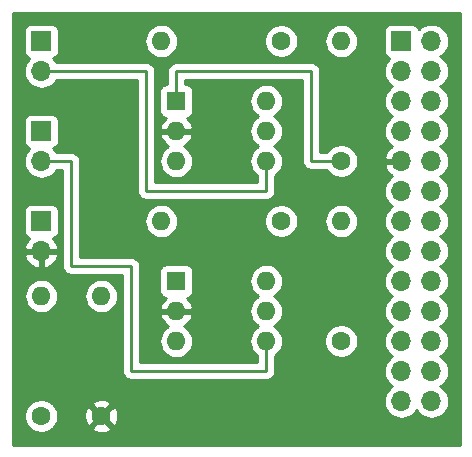
<source format=gbr>
G04 #@! TF.GenerationSoftware,KiCad,Pcbnew,(5.1.4)-1*
G04 #@! TF.CreationDate,2019-10-23T00:51:14+02:00*
G04 #@! TF.ProjectId,rpi_rpm,7270695f-7270-46d2-9e6b-696361645f70,rev?*
G04 #@! TF.SameCoordinates,Original*
G04 #@! TF.FileFunction,Copper,L2,Bot*
G04 #@! TF.FilePolarity,Positive*
%FSLAX46Y46*%
G04 Gerber Fmt 4.6, Leading zero omitted, Abs format (unit mm)*
G04 Created by KiCad (PCBNEW (5.1.4)-1) date 2019-10-23 00:51:14*
%MOMM*%
%LPD*%
G04 APERTURE LIST*
%ADD10O,1.700000X1.700000*%
%ADD11R,1.700000X1.700000*%
%ADD12C,1.600000*%
%ADD13O,1.600000X1.600000*%
%ADD14R,1.600000X1.600000*%
%ADD15C,0.250000*%
%ADD16C,0.254000*%
G04 APERTURE END LIST*
D10*
X137160000Y-85090000D03*
D11*
X137160000Y-82550000D03*
D10*
X137160000Y-77470000D03*
D11*
X137160000Y-74930000D03*
D10*
X137160000Y-69850000D03*
D11*
X137160000Y-67310000D03*
X167640000Y-67310000D03*
D10*
X170180000Y-67310000D03*
X167640000Y-69850000D03*
X170180000Y-69850000D03*
X167640000Y-72390000D03*
X170180000Y-72390000D03*
X167640000Y-74930000D03*
X170180000Y-74930000D03*
X167640000Y-77470000D03*
X170180000Y-77470000D03*
X167640000Y-80010000D03*
X170180000Y-80010000D03*
X167640000Y-82550000D03*
X170180000Y-82550000D03*
X167640000Y-85090000D03*
X170180000Y-85090000D03*
X167640000Y-87630000D03*
X170180000Y-87630000D03*
X167640000Y-90170000D03*
X170180000Y-90170000D03*
X167640000Y-92710000D03*
X170180000Y-92710000D03*
X167640000Y-95250000D03*
X170180000Y-95250000D03*
X167640000Y-97790000D03*
X170180000Y-97790000D03*
D12*
X162560000Y-77470000D03*
D13*
X162560000Y-67310000D03*
D12*
X157480000Y-67310000D03*
D13*
X147320000Y-67310000D03*
X162560000Y-82550000D03*
D12*
X162560000Y-92710000D03*
D13*
X147320000Y-82550000D03*
D12*
X157480000Y-82550000D03*
D13*
X137160000Y-88900000D03*
D12*
X137160000Y-99060000D03*
X142240000Y-99060000D03*
D13*
X142240000Y-88900000D03*
D14*
X148590000Y-72390000D03*
D13*
X156210000Y-77470000D03*
X148590000Y-74930000D03*
X156210000Y-74930000D03*
X148590000Y-77470000D03*
X156210000Y-72390000D03*
X156210000Y-87630000D03*
X148590000Y-92710000D03*
X156210000Y-90170000D03*
X148590000Y-90170000D03*
X156210000Y-92710000D03*
D14*
X148590000Y-87630000D03*
D15*
X137160000Y-69850000D02*
X146050000Y-69850000D01*
X146050000Y-69850000D02*
X146050000Y-80010000D01*
X146050000Y-80010000D02*
X156210000Y-80010000D01*
X156210000Y-80010000D02*
X156210000Y-77470000D01*
X137160000Y-77470000D02*
X139700000Y-77470000D01*
X139700000Y-77470000D02*
X139700000Y-86360000D01*
X139700000Y-86360000D02*
X144780000Y-86360000D01*
X144780000Y-86360000D02*
X144780000Y-95250000D01*
X144780000Y-95250000D02*
X156210000Y-95250000D01*
X156210000Y-95250000D02*
X156210000Y-92710000D01*
X148590000Y-72390000D02*
X148590000Y-69850000D01*
X148590000Y-69850000D02*
X160020000Y-69850000D01*
X160020000Y-69850000D02*
X160020000Y-77470000D01*
X160020000Y-77470000D02*
X162560000Y-77470000D01*
D16*
G36*
X172593000Y-101473000D02*
G01*
X134747000Y-101473000D01*
X134747000Y-98918665D01*
X135725000Y-98918665D01*
X135725000Y-99201335D01*
X135780147Y-99478574D01*
X135888320Y-99739727D01*
X136045363Y-99974759D01*
X136245241Y-100174637D01*
X136480273Y-100331680D01*
X136741426Y-100439853D01*
X137018665Y-100495000D01*
X137301335Y-100495000D01*
X137578574Y-100439853D01*
X137839727Y-100331680D01*
X138074759Y-100174637D01*
X138196694Y-100052702D01*
X141426903Y-100052702D01*
X141498486Y-100296671D01*
X141753996Y-100417571D01*
X142028184Y-100486300D01*
X142310512Y-100500217D01*
X142590130Y-100458787D01*
X142856292Y-100363603D01*
X142981514Y-100296671D01*
X143053097Y-100052702D01*
X142240000Y-99239605D01*
X141426903Y-100052702D01*
X138196694Y-100052702D01*
X138274637Y-99974759D01*
X138431680Y-99739727D01*
X138539853Y-99478574D01*
X138595000Y-99201335D01*
X138595000Y-99130512D01*
X140799783Y-99130512D01*
X140841213Y-99410130D01*
X140936397Y-99676292D01*
X141003329Y-99801514D01*
X141247298Y-99873097D01*
X142060395Y-99060000D01*
X142419605Y-99060000D01*
X143232702Y-99873097D01*
X143476671Y-99801514D01*
X143597571Y-99546004D01*
X143666300Y-99271816D01*
X143680217Y-98989488D01*
X143638787Y-98709870D01*
X143543603Y-98443708D01*
X143476671Y-98318486D01*
X143232702Y-98246903D01*
X142419605Y-99060000D01*
X142060395Y-99060000D01*
X141247298Y-98246903D01*
X141003329Y-98318486D01*
X140882429Y-98573996D01*
X140813700Y-98848184D01*
X140799783Y-99130512D01*
X138595000Y-99130512D01*
X138595000Y-98918665D01*
X138539853Y-98641426D01*
X138431680Y-98380273D01*
X138274637Y-98145241D01*
X138196694Y-98067298D01*
X141426903Y-98067298D01*
X142240000Y-98880395D01*
X143053097Y-98067298D01*
X142981514Y-97823329D01*
X142726004Y-97702429D01*
X142451816Y-97633700D01*
X142169488Y-97619783D01*
X141889870Y-97661213D01*
X141623708Y-97756397D01*
X141498486Y-97823329D01*
X141426903Y-98067298D01*
X138196694Y-98067298D01*
X138074759Y-97945363D01*
X137839727Y-97788320D01*
X137578574Y-97680147D01*
X137301335Y-97625000D01*
X137018665Y-97625000D01*
X136741426Y-97680147D01*
X136480273Y-97788320D01*
X136245241Y-97945363D01*
X136045363Y-98145241D01*
X135888320Y-98380273D01*
X135780147Y-98641426D01*
X135725000Y-98918665D01*
X134747000Y-98918665D01*
X134747000Y-88900000D01*
X135718057Y-88900000D01*
X135745764Y-89181309D01*
X135827818Y-89451808D01*
X135961068Y-89701101D01*
X136140392Y-89919608D01*
X136358899Y-90098932D01*
X136608192Y-90232182D01*
X136878691Y-90314236D01*
X137089508Y-90335000D01*
X137230492Y-90335000D01*
X137441309Y-90314236D01*
X137711808Y-90232182D01*
X137961101Y-90098932D01*
X138179608Y-89919608D01*
X138358932Y-89701101D01*
X138492182Y-89451808D01*
X138574236Y-89181309D01*
X138601943Y-88900000D01*
X140798057Y-88900000D01*
X140825764Y-89181309D01*
X140907818Y-89451808D01*
X141041068Y-89701101D01*
X141220392Y-89919608D01*
X141438899Y-90098932D01*
X141688192Y-90232182D01*
X141958691Y-90314236D01*
X142169508Y-90335000D01*
X142310492Y-90335000D01*
X142521309Y-90314236D01*
X142791808Y-90232182D01*
X143041101Y-90098932D01*
X143259608Y-89919608D01*
X143438932Y-89701101D01*
X143572182Y-89451808D01*
X143654236Y-89181309D01*
X143681943Y-88900000D01*
X143654236Y-88618691D01*
X143572182Y-88348192D01*
X143438932Y-88098899D01*
X143259608Y-87880392D01*
X143041101Y-87701068D01*
X142791808Y-87567818D01*
X142521309Y-87485764D01*
X142310492Y-87465000D01*
X142169508Y-87465000D01*
X141958691Y-87485764D01*
X141688192Y-87567818D01*
X141438899Y-87701068D01*
X141220392Y-87880392D01*
X141041068Y-88098899D01*
X140907818Y-88348192D01*
X140825764Y-88618691D01*
X140798057Y-88900000D01*
X138601943Y-88900000D01*
X138574236Y-88618691D01*
X138492182Y-88348192D01*
X138358932Y-88098899D01*
X138179608Y-87880392D01*
X137961101Y-87701068D01*
X137711808Y-87567818D01*
X137441309Y-87485764D01*
X137230492Y-87465000D01*
X137089508Y-87465000D01*
X136878691Y-87485764D01*
X136608192Y-87567818D01*
X136358899Y-87701068D01*
X136140392Y-87880392D01*
X135961068Y-88098899D01*
X135827818Y-88348192D01*
X135745764Y-88618691D01*
X135718057Y-88900000D01*
X134747000Y-88900000D01*
X134747000Y-85446891D01*
X135718519Y-85446891D01*
X135815843Y-85721252D01*
X135964822Y-85971355D01*
X136159731Y-86187588D01*
X136393080Y-86361641D01*
X136655901Y-86486825D01*
X136803110Y-86531476D01*
X137033000Y-86410155D01*
X137033000Y-85217000D01*
X137287000Y-85217000D01*
X137287000Y-86410155D01*
X137516890Y-86531476D01*
X137664099Y-86486825D01*
X137926920Y-86361641D01*
X138160269Y-86187588D01*
X138355178Y-85971355D01*
X138504157Y-85721252D01*
X138601481Y-85446891D01*
X138480814Y-85217000D01*
X137287000Y-85217000D01*
X137033000Y-85217000D01*
X135839186Y-85217000D01*
X135718519Y-85446891D01*
X134747000Y-85446891D01*
X134747000Y-81700000D01*
X135671928Y-81700000D01*
X135671928Y-83400000D01*
X135684188Y-83524482D01*
X135720498Y-83644180D01*
X135779463Y-83754494D01*
X135858815Y-83851185D01*
X135955506Y-83930537D01*
X136065820Y-83989502D01*
X136141626Y-84012498D01*
X135964822Y-84208645D01*
X135815843Y-84458748D01*
X135718519Y-84733109D01*
X135839186Y-84963000D01*
X137033000Y-84963000D01*
X137033000Y-84943000D01*
X137287000Y-84943000D01*
X137287000Y-84963000D01*
X138480814Y-84963000D01*
X138601481Y-84733109D01*
X138504157Y-84458748D01*
X138355178Y-84208645D01*
X138178374Y-84012498D01*
X138254180Y-83989502D01*
X138364494Y-83930537D01*
X138461185Y-83851185D01*
X138540537Y-83754494D01*
X138599502Y-83644180D01*
X138635812Y-83524482D01*
X138648072Y-83400000D01*
X138648072Y-81700000D01*
X138635812Y-81575518D01*
X138599502Y-81455820D01*
X138540537Y-81345506D01*
X138461185Y-81248815D01*
X138364494Y-81169463D01*
X138254180Y-81110498D01*
X138134482Y-81074188D01*
X138010000Y-81061928D01*
X136310000Y-81061928D01*
X136185518Y-81074188D01*
X136065820Y-81110498D01*
X135955506Y-81169463D01*
X135858815Y-81248815D01*
X135779463Y-81345506D01*
X135720498Y-81455820D01*
X135684188Y-81575518D01*
X135671928Y-81700000D01*
X134747000Y-81700000D01*
X134747000Y-77470000D01*
X135667815Y-77470000D01*
X135696487Y-77761111D01*
X135781401Y-78041034D01*
X135919294Y-78299014D01*
X136104866Y-78525134D01*
X136330986Y-78710706D01*
X136588966Y-78848599D01*
X136868889Y-78933513D01*
X137087050Y-78955000D01*
X137232950Y-78955000D01*
X137451111Y-78933513D01*
X137731034Y-78848599D01*
X137989014Y-78710706D01*
X138215134Y-78525134D01*
X138400706Y-78299014D01*
X138437595Y-78230000D01*
X138940000Y-78230000D01*
X138940001Y-86322657D01*
X138936323Y-86360000D01*
X138950997Y-86508986D01*
X138994454Y-86652247D01*
X139065026Y-86784276D01*
X139159999Y-86900001D01*
X139275724Y-86994974D01*
X139407753Y-87065546D01*
X139551014Y-87109003D01*
X139662667Y-87120000D01*
X139700000Y-87123677D01*
X139737333Y-87120000D01*
X144020000Y-87120000D01*
X144020001Y-95212657D01*
X144016323Y-95250000D01*
X144030997Y-95398986D01*
X144074454Y-95542247D01*
X144145026Y-95674276D01*
X144239999Y-95790001D01*
X144355724Y-95884974D01*
X144487753Y-95955546D01*
X144631014Y-95999003D01*
X144742667Y-96010000D01*
X144780000Y-96013677D01*
X144817333Y-96010000D01*
X156172667Y-96010000D01*
X156210000Y-96013677D01*
X156247333Y-96010000D01*
X156358986Y-95999003D01*
X156502247Y-95955546D01*
X156634276Y-95884974D01*
X156750001Y-95790001D01*
X156844974Y-95674276D01*
X156915546Y-95542247D01*
X156959003Y-95398986D01*
X156973677Y-95250000D01*
X156970000Y-95212667D01*
X156970000Y-93930901D01*
X157011101Y-93908932D01*
X157229608Y-93729608D01*
X157408932Y-93511101D01*
X157542182Y-93261808D01*
X157624236Y-92991309D01*
X157651943Y-92710000D01*
X157638023Y-92568665D01*
X161125000Y-92568665D01*
X161125000Y-92851335D01*
X161180147Y-93128574D01*
X161288320Y-93389727D01*
X161445363Y-93624759D01*
X161645241Y-93824637D01*
X161880273Y-93981680D01*
X162141426Y-94089853D01*
X162418665Y-94145000D01*
X162701335Y-94145000D01*
X162978574Y-94089853D01*
X163239727Y-93981680D01*
X163474759Y-93824637D01*
X163674637Y-93624759D01*
X163831680Y-93389727D01*
X163939853Y-93128574D01*
X163995000Y-92851335D01*
X163995000Y-92568665D01*
X163939853Y-92291426D01*
X163831680Y-92030273D01*
X163674637Y-91795241D01*
X163474759Y-91595363D01*
X163239727Y-91438320D01*
X162978574Y-91330147D01*
X162701335Y-91275000D01*
X162418665Y-91275000D01*
X162141426Y-91330147D01*
X161880273Y-91438320D01*
X161645241Y-91595363D01*
X161445363Y-91795241D01*
X161288320Y-92030273D01*
X161180147Y-92291426D01*
X161125000Y-92568665D01*
X157638023Y-92568665D01*
X157624236Y-92428691D01*
X157542182Y-92158192D01*
X157408932Y-91908899D01*
X157229608Y-91690392D01*
X157011101Y-91511068D01*
X156878142Y-91440000D01*
X157011101Y-91368932D01*
X157229608Y-91189608D01*
X157408932Y-90971101D01*
X157542182Y-90721808D01*
X157624236Y-90451309D01*
X157651943Y-90170000D01*
X157624236Y-89888691D01*
X157542182Y-89618192D01*
X157408932Y-89368899D01*
X157229608Y-89150392D01*
X157011101Y-88971068D01*
X156878142Y-88900000D01*
X157011101Y-88828932D01*
X157229608Y-88649608D01*
X157408932Y-88431101D01*
X157542182Y-88181808D01*
X157624236Y-87911309D01*
X157651943Y-87630000D01*
X157624236Y-87348691D01*
X157542182Y-87078192D01*
X157408932Y-86828899D01*
X157229608Y-86610392D01*
X157011101Y-86431068D01*
X156761808Y-86297818D01*
X156491309Y-86215764D01*
X156280492Y-86195000D01*
X156139508Y-86195000D01*
X155928691Y-86215764D01*
X155658192Y-86297818D01*
X155408899Y-86431068D01*
X155190392Y-86610392D01*
X155011068Y-86828899D01*
X154877818Y-87078192D01*
X154795764Y-87348691D01*
X154768057Y-87630000D01*
X154795764Y-87911309D01*
X154877818Y-88181808D01*
X155011068Y-88431101D01*
X155190392Y-88649608D01*
X155408899Y-88828932D01*
X155541858Y-88900000D01*
X155408899Y-88971068D01*
X155190392Y-89150392D01*
X155011068Y-89368899D01*
X154877818Y-89618192D01*
X154795764Y-89888691D01*
X154768057Y-90170000D01*
X154795764Y-90451309D01*
X154877818Y-90721808D01*
X155011068Y-90971101D01*
X155190392Y-91189608D01*
X155408899Y-91368932D01*
X155541858Y-91440000D01*
X155408899Y-91511068D01*
X155190392Y-91690392D01*
X155011068Y-91908899D01*
X154877818Y-92158192D01*
X154795764Y-92428691D01*
X154768057Y-92710000D01*
X154795764Y-92991309D01*
X154877818Y-93261808D01*
X155011068Y-93511101D01*
X155190392Y-93729608D01*
X155408899Y-93908932D01*
X155450001Y-93930901D01*
X155450000Y-94490000D01*
X145540000Y-94490000D01*
X145540000Y-92710000D01*
X147148057Y-92710000D01*
X147175764Y-92991309D01*
X147257818Y-93261808D01*
X147391068Y-93511101D01*
X147570392Y-93729608D01*
X147788899Y-93908932D01*
X148038192Y-94042182D01*
X148308691Y-94124236D01*
X148519508Y-94145000D01*
X148660492Y-94145000D01*
X148871309Y-94124236D01*
X149141808Y-94042182D01*
X149391101Y-93908932D01*
X149609608Y-93729608D01*
X149788932Y-93511101D01*
X149922182Y-93261808D01*
X150004236Y-92991309D01*
X150031943Y-92710000D01*
X150004236Y-92428691D01*
X149922182Y-92158192D01*
X149788932Y-91908899D01*
X149609608Y-91690392D01*
X149391101Y-91511068D01*
X149253318Y-91437421D01*
X149445131Y-91322385D01*
X149653519Y-91133414D01*
X149821037Y-90907420D01*
X149941246Y-90653087D01*
X149981904Y-90519039D01*
X149859915Y-90297000D01*
X148717000Y-90297000D01*
X148717000Y-90317000D01*
X148463000Y-90317000D01*
X148463000Y-90297000D01*
X147320085Y-90297000D01*
X147198096Y-90519039D01*
X147238754Y-90653087D01*
X147358963Y-90907420D01*
X147526481Y-91133414D01*
X147734869Y-91322385D01*
X147926682Y-91437421D01*
X147788899Y-91511068D01*
X147570392Y-91690392D01*
X147391068Y-91908899D01*
X147257818Y-92158192D01*
X147175764Y-92428691D01*
X147148057Y-92710000D01*
X145540000Y-92710000D01*
X145540000Y-86830000D01*
X147151928Y-86830000D01*
X147151928Y-88430000D01*
X147164188Y-88554482D01*
X147200498Y-88674180D01*
X147259463Y-88784494D01*
X147338815Y-88881185D01*
X147435506Y-88960537D01*
X147545820Y-89019502D01*
X147665518Y-89055812D01*
X147690080Y-89058231D01*
X147526481Y-89206586D01*
X147358963Y-89432580D01*
X147238754Y-89686913D01*
X147198096Y-89820961D01*
X147320085Y-90043000D01*
X148463000Y-90043000D01*
X148463000Y-90023000D01*
X148717000Y-90023000D01*
X148717000Y-90043000D01*
X149859915Y-90043000D01*
X149981904Y-89820961D01*
X149941246Y-89686913D01*
X149821037Y-89432580D01*
X149653519Y-89206586D01*
X149489920Y-89058231D01*
X149514482Y-89055812D01*
X149634180Y-89019502D01*
X149744494Y-88960537D01*
X149841185Y-88881185D01*
X149920537Y-88784494D01*
X149979502Y-88674180D01*
X150015812Y-88554482D01*
X150028072Y-88430000D01*
X150028072Y-86830000D01*
X150015812Y-86705518D01*
X149979502Y-86585820D01*
X149920537Y-86475506D01*
X149841185Y-86378815D01*
X149744494Y-86299463D01*
X149634180Y-86240498D01*
X149514482Y-86204188D01*
X149390000Y-86191928D01*
X147790000Y-86191928D01*
X147665518Y-86204188D01*
X147545820Y-86240498D01*
X147435506Y-86299463D01*
X147338815Y-86378815D01*
X147259463Y-86475506D01*
X147200498Y-86585820D01*
X147164188Y-86705518D01*
X147151928Y-86830000D01*
X145540000Y-86830000D01*
X145540000Y-86397333D01*
X145543677Y-86360000D01*
X145529003Y-86211014D01*
X145485546Y-86067753D01*
X145414974Y-85935724D01*
X145320001Y-85819999D01*
X145204276Y-85725026D01*
X145072247Y-85654454D01*
X144928986Y-85610997D01*
X144817333Y-85600000D01*
X144780000Y-85596323D01*
X144742667Y-85600000D01*
X140460000Y-85600000D01*
X140460000Y-82550000D01*
X145878057Y-82550000D01*
X145905764Y-82831309D01*
X145987818Y-83101808D01*
X146121068Y-83351101D01*
X146300392Y-83569608D01*
X146518899Y-83748932D01*
X146768192Y-83882182D01*
X147038691Y-83964236D01*
X147249508Y-83985000D01*
X147390492Y-83985000D01*
X147601309Y-83964236D01*
X147871808Y-83882182D01*
X148121101Y-83748932D01*
X148339608Y-83569608D01*
X148518932Y-83351101D01*
X148652182Y-83101808D01*
X148734236Y-82831309D01*
X148761943Y-82550000D01*
X148748023Y-82408665D01*
X156045000Y-82408665D01*
X156045000Y-82691335D01*
X156100147Y-82968574D01*
X156208320Y-83229727D01*
X156365363Y-83464759D01*
X156565241Y-83664637D01*
X156800273Y-83821680D01*
X157061426Y-83929853D01*
X157338665Y-83985000D01*
X157621335Y-83985000D01*
X157898574Y-83929853D01*
X158159727Y-83821680D01*
X158394759Y-83664637D01*
X158594637Y-83464759D01*
X158751680Y-83229727D01*
X158859853Y-82968574D01*
X158915000Y-82691335D01*
X158915000Y-82550000D01*
X161118057Y-82550000D01*
X161145764Y-82831309D01*
X161227818Y-83101808D01*
X161361068Y-83351101D01*
X161540392Y-83569608D01*
X161758899Y-83748932D01*
X162008192Y-83882182D01*
X162278691Y-83964236D01*
X162489508Y-83985000D01*
X162630492Y-83985000D01*
X162841309Y-83964236D01*
X163111808Y-83882182D01*
X163361101Y-83748932D01*
X163579608Y-83569608D01*
X163758932Y-83351101D01*
X163892182Y-83101808D01*
X163974236Y-82831309D01*
X164001943Y-82550000D01*
X163974236Y-82268691D01*
X163892182Y-81998192D01*
X163758932Y-81748899D01*
X163579608Y-81530392D01*
X163361101Y-81351068D01*
X163111808Y-81217818D01*
X162841309Y-81135764D01*
X162630492Y-81115000D01*
X162489508Y-81115000D01*
X162278691Y-81135764D01*
X162008192Y-81217818D01*
X161758899Y-81351068D01*
X161540392Y-81530392D01*
X161361068Y-81748899D01*
X161227818Y-81998192D01*
X161145764Y-82268691D01*
X161118057Y-82550000D01*
X158915000Y-82550000D01*
X158915000Y-82408665D01*
X158859853Y-82131426D01*
X158751680Y-81870273D01*
X158594637Y-81635241D01*
X158394759Y-81435363D01*
X158159727Y-81278320D01*
X157898574Y-81170147D01*
X157621335Y-81115000D01*
X157338665Y-81115000D01*
X157061426Y-81170147D01*
X156800273Y-81278320D01*
X156565241Y-81435363D01*
X156365363Y-81635241D01*
X156208320Y-81870273D01*
X156100147Y-82131426D01*
X156045000Y-82408665D01*
X148748023Y-82408665D01*
X148734236Y-82268691D01*
X148652182Y-81998192D01*
X148518932Y-81748899D01*
X148339608Y-81530392D01*
X148121101Y-81351068D01*
X147871808Y-81217818D01*
X147601309Y-81135764D01*
X147390492Y-81115000D01*
X147249508Y-81115000D01*
X147038691Y-81135764D01*
X146768192Y-81217818D01*
X146518899Y-81351068D01*
X146300392Y-81530392D01*
X146121068Y-81748899D01*
X145987818Y-81998192D01*
X145905764Y-82268691D01*
X145878057Y-82550000D01*
X140460000Y-82550000D01*
X140460000Y-77507333D01*
X140463677Y-77470000D01*
X140449003Y-77321014D01*
X140405546Y-77177753D01*
X140334974Y-77045724D01*
X140240001Y-76929999D01*
X140124276Y-76835026D01*
X139992247Y-76764454D01*
X139848986Y-76720997D01*
X139737333Y-76710000D01*
X139700000Y-76706323D01*
X139662667Y-76710000D01*
X138437595Y-76710000D01*
X138400706Y-76640986D01*
X138215134Y-76414866D01*
X138185313Y-76390393D01*
X138254180Y-76369502D01*
X138364494Y-76310537D01*
X138461185Y-76231185D01*
X138540537Y-76134494D01*
X138599502Y-76024180D01*
X138635812Y-75904482D01*
X138648072Y-75780000D01*
X138648072Y-74080000D01*
X138635812Y-73955518D01*
X138599502Y-73835820D01*
X138540537Y-73725506D01*
X138461185Y-73628815D01*
X138364494Y-73549463D01*
X138254180Y-73490498D01*
X138134482Y-73454188D01*
X138010000Y-73441928D01*
X136310000Y-73441928D01*
X136185518Y-73454188D01*
X136065820Y-73490498D01*
X135955506Y-73549463D01*
X135858815Y-73628815D01*
X135779463Y-73725506D01*
X135720498Y-73835820D01*
X135684188Y-73955518D01*
X135671928Y-74080000D01*
X135671928Y-75780000D01*
X135684188Y-75904482D01*
X135720498Y-76024180D01*
X135779463Y-76134494D01*
X135858815Y-76231185D01*
X135955506Y-76310537D01*
X136065820Y-76369502D01*
X136134687Y-76390393D01*
X136104866Y-76414866D01*
X135919294Y-76640986D01*
X135781401Y-76898966D01*
X135696487Y-77178889D01*
X135667815Y-77470000D01*
X134747000Y-77470000D01*
X134747000Y-69850000D01*
X135667815Y-69850000D01*
X135696487Y-70141111D01*
X135781401Y-70421034D01*
X135919294Y-70679014D01*
X136104866Y-70905134D01*
X136330986Y-71090706D01*
X136588966Y-71228599D01*
X136868889Y-71313513D01*
X137087050Y-71335000D01*
X137232950Y-71335000D01*
X137451111Y-71313513D01*
X137731034Y-71228599D01*
X137989014Y-71090706D01*
X138215134Y-70905134D01*
X138400706Y-70679014D01*
X138437595Y-70610000D01*
X145290000Y-70610000D01*
X145290001Y-79972657D01*
X145286323Y-80010000D01*
X145300997Y-80158986D01*
X145344454Y-80302247D01*
X145415026Y-80434276D01*
X145509999Y-80550001D01*
X145625724Y-80644974D01*
X145757753Y-80715546D01*
X145901014Y-80759003D01*
X146012667Y-80770000D01*
X146050000Y-80773677D01*
X146087333Y-80770000D01*
X156172667Y-80770000D01*
X156210000Y-80773677D01*
X156247333Y-80770000D01*
X156358986Y-80759003D01*
X156502247Y-80715546D01*
X156634276Y-80644974D01*
X156750001Y-80550001D01*
X156844974Y-80434276D01*
X156915546Y-80302247D01*
X156959003Y-80158986D01*
X156973677Y-80010000D01*
X156970000Y-79972667D01*
X156970000Y-78690901D01*
X157011101Y-78668932D01*
X157229608Y-78489608D01*
X157408932Y-78271101D01*
X157542182Y-78021808D01*
X157624236Y-77751309D01*
X157651943Y-77470000D01*
X157624236Y-77188691D01*
X157542182Y-76918192D01*
X157408932Y-76668899D01*
X157229608Y-76450392D01*
X157011101Y-76271068D01*
X156878142Y-76200000D01*
X157011101Y-76128932D01*
X157229608Y-75949608D01*
X157408932Y-75731101D01*
X157542182Y-75481808D01*
X157624236Y-75211309D01*
X157651943Y-74930000D01*
X157624236Y-74648691D01*
X157542182Y-74378192D01*
X157408932Y-74128899D01*
X157229608Y-73910392D01*
X157011101Y-73731068D01*
X156878142Y-73660000D01*
X157011101Y-73588932D01*
X157229608Y-73409608D01*
X157408932Y-73191101D01*
X157542182Y-72941808D01*
X157624236Y-72671309D01*
X157651943Y-72390000D01*
X157624236Y-72108691D01*
X157542182Y-71838192D01*
X157408932Y-71588899D01*
X157229608Y-71370392D01*
X157011101Y-71191068D01*
X156761808Y-71057818D01*
X156491309Y-70975764D01*
X156280492Y-70955000D01*
X156139508Y-70955000D01*
X155928691Y-70975764D01*
X155658192Y-71057818D01*
X155408899Y-71191068D01*
X155190392Y-71370392D01*
X155011068Y-71588899D01*
X154877818Y-71838192D01*
X154795764Y-72108691D01*
X154768057Y-72390000D01*
X154795764Y-72671309D01*
X154877818Y-72941808D01*
X155011068Y-73191101D01*
X155190392Y-73409608D01*
X155408899Y-73588932D01*
X155541858Y-73660000D01*
X155408899Y-73731068D01*
X155190392Y-73910392D01*
X155011068Y-74128899D01*
X154877818Y-74378192D01*
X154795764Y-74648691D01*
X154768057Y-74930000D01*
X154795764Y-75211309D01*
X154877818Y-75481808D01*
X155011068Y-75731101D01*
X155190392Y-75949608D01*
X155408899Y-76128932D01*
X155541858Y-76200000D01*
X155408899Y-76271068D01*
X155190392Y-76450392D01*
X155011068Y-76668899D01*
X154877818Y-76918192D01*
X154795764Y-77188691D01*
X154768057Y-77470000D01*
X154795764Y-77751309D01*
X154877818Y-78021808D01*
X155011068Y-78271101D01*
X155190392Y-78489608D01*
X155408899Y-78668932D01*
X155450001Y-78690901D01*
X155450000Y-79250000D01*
X146810000Y-79250000D01*
X146810000Y-77470000D01*
X147148057Y-77470000D01*
X147175764Y-77751309D01*
X147257818Y-78021808D01*
X147391068Y-78271101D01*
X147570392Y-78489608D01*
X147788899Y-78668932D01*
X148038192Y-78802182D01*
X148308691Y-78884236D01*
X148519508Y-78905000D01*
X148660492Y-78905000D01*
X148871309Y-78884236D01*
X149141808Y-78802182D01*
X149391101Y-78668932D01*
X149609608Y-78489608D01*
X149788932Y-78271101D01*
X149922182Y-78021808D01*
X150004236Y-77751309D01*
X150031943Y-77470000D01*
X150004236Y-77188691D01*
X149922182Y-76918192D01*
X149788932Y-76668899D01*
X149609608Y-76450392D01*
X149391101Y-76271068D01*
X149253318Y-76197421D01*
X149445131Y-76082385D01*
X149653519Y-75893414D01*
X149821037Y-75667420D01*
X149941246Y-75413087D01*
X149981904Y-75279039D01*
X149859915Y-75057000D01*
X148717000Y-75057000D01*
X148717000Y-75077000D01*
X148463000Y-75077000D01*
X148463000Y-75057000D01*
X147320085Y-75057000D01*
X147198096Y-75279039D01*
X147238754Y-75413087D01*
X147358963Y-75667420D01*
X147526481Y-75893414D01*
X147734869Y-76082385D01*
X147926682Y-76197421D01*
X147788899Y-76271068D01*
X147570392Y-76450392D01*
X147391068Y-76668899D01*
X147257818Y-76918192D01*
X147175764Y-77188691D01*
X147148057Y-77470000D01*
X146810000Y-77470000D01*
X146810000Y-71590000D01*
X147151928Y-71590000D01*
X147151928Y-73190000D01*
X147164188Y-73314482D01*
X147200498Y-73434180D01*
X147259463Y-73544494D01*
X147338815Y-73641185D01*
X147435506Y-73720537D01*
X147545820Y-73779502D01*
X147665518Y-73815812D01*
X147690080Y-73818231D01*
X147526481Y-73966586D01*
X147358963Y-74192580D01*
X147238754Y-74446913D01*
X147198096Y-74580961D01*
X147320085Y-74803000D01*
X148463000Y-74803000D01*
X148463000Y-74783000D01*
X148717000Y-74783000D01*
X148717000Y-74803000D01*
X149859915Y-74803000D01*
X149981904Y-74580961D01*
X149941246Y-74446913D01*
X149821037Y-74192580D01*
X149653519Y-73966586D01*
X149489920Y-73818231D01*
X149514482Y-73815812D01*
X149634180Y-73779502D01*
X149744494Y-73720537D01*
X149841185Y-73641185D01*
X149920537Y-73544494D01*
X149979502Y-73434180D01*
X150015812Y-73314482D01*
X150028072Y-73190000D01*
X150028072Y-71590000D01*
X150015812Y-71465518D01*
X149979502Y-71345820D01*
X149920537Y-71235506D01*
X149841185Y-71138815D01*
X149744494Y-71059463D01*
X149634180Y-71000498D01*
X149514482Y-70964188D01*
X149390000Y-70951928D01*
X149350000Y-70951928D01*
X149350000Y-70610000D01*
X159260000Y-70610000D01*
X159260001Y-77432657D01*
X159256323Y-77470000D01*
X159270997Y-77618986D01*
X159314454Y-77762247D01*
X159385026Y-77894276D01*
X159479999Y-78010001D01*
X159595724Y-78104974D01*
X159727753Y-78175546D01*
X159871014Y-78219003D01*
X159982667Y-78230000D01*
X160020000Y-78233677D01*
X160057333Y-78230000D01*
X161341957Y-78230000D01*
X161445363Y-78384759D01*
X161645241Y-78584637D01*
X161880273Y-78741680D01*
X162141426Y-78849853D01*
X162418665Y-78905000D01*
X162701335Y-78905000D01*
X162978574Y-78849853D01*
X163239727Y-78741680D01*
X163474759Y-78584637D01*
X163674637Y-78384759D01*
X163831680Y-78149727D01*
X163939853Y-77888574D01*
X163995000Y-77611335D01*
X163995000Y-77328665D01*
X163939853Y-77051426D01*
X163831680Y-76790273D01*
X163674637Y-76555241D01*
X163474759Y-76355363D01*
X163239727Y-76198320D01*
X162978574Y-76090147D01*
X162701335Y-76035000D01*
X162418665Y-76035000D01*
X162141426Y-76090147D01*
X161880273Y-76198320D01*
X161645241Y-76355363D01*
X161445363Y-76555241D01*
X161341957Y-76710000D01*
X160780000Y-76710000D01*
X160780000Y-69887333D01*
X160783677Y-69850000D01*
X166147815Y-69850000D01*
X166176487Y-70141111D01*
X166261401Y-70421034D01*
X166399294Y-70679014D01*
X166584866Y-70905134D01*
X166810986Y-71090706D01*
X166865791Y-71120000D01*
X166810986Y-71149294D01*
X166584866Y-71334866D01*
X166399294Y-71560986D01*
X166261401Y-71818966D01*
X166176487Y-72098889D01*
X166147815Y-72390000D01*
X166176487Y-72681111D01*
X166261401Y-72961034D01*
X166399294Y-73219014D01*
X166584866Y-73445134D01*
X166810986Y-73630706D01*
X166865791Y-73660000D01*
X166810986Y-73689294D01*
X166584866Y-73874866D01*
X166399294Y-74100986D01*
X166261401Y-74358966D01*
X166176487Y-74638889D01*
X166147815Y-74930000D01*
X166176487Y-75221111D01*
X166261401Y-75501034D01*
X166399294Y-75759014D01*
X166584866Y-75985134D01*
X166810986Y-76170706D01*
X166875523Y-76205201D01*
X166758645Y-76274822D01*
X166542412Y-76469731D01*
X166368359Y-76703080D01*
X166243175Y-76965901D01*
X166198524Y-77113110D01*
X166319845Y-77343000D01*
X167513000Y-77343000D01*
X167513000Y-77323000D01*
X167767000Y-77323000D01*
X167767000Y-77343000D01*
X167787000Y-77343000D01*
X167787000Y-77597000D01*
X167767000Y-77597000D01*
X167767000Y-77617000D01*
X167513000Y-77617000D01*
X167513000Y-77597000D01*
X166319845Y-77597000D01*
X166198524Y-77826890D01*
X166243175Y-77974099D01*
X166368359Y-78236920D01*
X166542412Y-78470269D01*
X166758645Y-78665178D01*
X166875523Y-78734799D01*
X166810986Y-78769294D01*
X166584866Y-78954866D01*
X166399294Y-79180986D01*
X166261401Y-79438966D01*
X166176487Y-79718889D01*
X166147815Y-80010000D01*
X166176487Y-80301111D01*
X166261401Y-80581034D01*
X166399294Y-80839014D01*
X166584866Y-81065134D01*
X166810986Y-81250706D01*
X166865791Y-81280000D01*
X166810986Y-81309294D01*
X166584866Y-81494866D01*
X166399294Y-81720986D01*
X166261401Y-81978966D01*
X166176487Y-82258889D01*
X166147815Y-82550000D01*
X166176487Y-82841111D01*
X166261401Y-83121034D01*
X166399294Y-83379014D01*
X166584866Y-83605134D01*
X166810986Y-83790706D01*
X166865791Y-83820000D01*
X166810986Y-83849294D01*
X166584866Y-84034866D01*
X166399294Y-84260986D01*
X166261401Y-84518966D01*
X166176487Y-84798889D01*
X166147815Y-85090000D01*
X166176487Y-85381111D01*
X166261401Y-85661034D01*
X166399294Y-85919014D01*
X166584866Y-86145134D01*
X166810986Y-86330706D01*
X166865791Y-86360000D01*
X166810986Y-86389294D01*
X166584866Y-86574866D01*
X166399294Y-86800986D01*
X166261401Y-87058966D01*
X166176487Y-87338889D01*
X166147815Y-87630000D01*
X166176487Y-87921111D01*
X166261401Y-88201034D01*
X166399294Y-88459014D01*
X166584866Y-88685134D01*
X166810986Y-88870706D01*
X166865791Y-88900000D01*
X166810986Y-88929294D01*
X166584866Y-89114866D01*
X166399294Y-89340986D01*
X166261401Y-89598966D01*
X166176487Y-89878889D01*
X166147815Y-90170000D01*
X166176487Y-90461111D01*
X166261401Y-90741034D01*
X166399294Y-90999014D01*
X166584866Y-91225134D01*
X166810986Y-91410706D01*
X166865791Y-91440000D01*
X166810986Y-91469294D01*
X166584866Y-91654866D01*
X166399294Y-91880986D01*
X166261401Y-92138966D01*
X166176487Y-92418889D01*
X166147815Y-92710000D01*
X166176487Y-93001111D01*
X166261401Y-93281034D01*
X166399294Y-93539014D01*
X166584866Y-93765134D01*
X166810986Y-93950706D01*
X166865791Y-93980000D01*
X166810986Y-94009294D01*
X166584866Y-94194866D01*
X166399294Y-94420986D01*
X166261401Y-94678966D01*
X166176487Y-94958889D01*
X166147815Y-95250000D01*
X166176487Y-95541111D01*
X166261401Y-95821034D01*
X166399294Y-96079014D01*
X166584866Y-96305134D01*
X166810986Y-96490706D01*
X166865791Y-96520000D01*
X166810986Y-96549294D01*
X166584866Y-96734866D01*
X166399294Y-96960986D01*
X166261401Y-97218966D01*
X166176487Y-97498889D01*
X166147815Y-97790000D01*
X166176487Y-98081111D01*
X166261401Y-98361034D01*
X166399294Y-98619014D01*
X166584866Y-98845134D01*
X166810986Y-99030706D01*
X167068966Y-99168599D01*
X167348889Y-99253513D01*
X167567050Y-99275000D01*
X167712950Y-99275000D01*
X167931111Y-99253513D01*
X168211034Y-99168599D01*
X168469014Y-99030706D01*
X168695134Y-98845134D01*
X168880706Y-98619014D01*
X168910000Y-98564209D01*
X168939294Y-98619014D01*
X169124866Y-98845134D01*
X169350986Y-99030706D01*
X169608966Y-99168599D01*
X169888889Y-99253513D01*
X170107050Y-99275000D01*
X170252950Y-99275000D01*
X170471111Y-99253513D01*
X170751034Y-99168599D01*
X171009014Y-99030706D01*
X171235134Y-98845134D01*
X171420706Y-98619014D01*
X171558599Y-98361034D01*
X171643513Y-98081111D01*
X171672185Y-97790000D01*
X171643513Y-97498889D01*
X171558599Y-97218966D01*
X171420706Y-96960986D01*
X171235134Y-96734866D01*
X171009014Y-96549294D01*
X170954209Y-96520000D01*
X171009014Y-96490706D01*
X171235134Y-96305134D01*
X171420706Y-96079014D01*
X171558599Y-95821034D01*
X171643513Y-95541111D01*
X171672185Y-95250000D01*
X171643513Y-94958889D01*
X171558599Y-94678966D01*
X171420706Y-94420986D01*
X171235134Y-94194866D01*
X171009014Y-94009294D01*
X170954209Y-93980000D01*
X171009014Y-93950706D01*
X171235134Y-93765134D01*
X171420706Y-93539014D01*
X171558599Y-93281034D01*
X171643513Y-93001111D01*
X171672185Y-92710000D01*
X171643513Y-92418889D01*
X171558599Y-92138966D01*
X171420706Y-91880986D01*
X171235134Y-91654866D01*
X171009014Y-91469294D01*
X170954209Y-91440000D01*
X171009014Y-91410706D01*
X171235134Y-91225134D01*
X171420706Y-90999014D01*
X171558599Y-90741034D01*
X171643513Y-90461111D01*
X171672185Y-90170000D01*
X171643513Y-89878889D01*
X171558599Y-89598966D01*
X171420706Y-89340986D01*
X171235134Y-89114866D01*
X171009014Y-88929294D01*
X170954209Y-88900000D01*
X171009014Y-88870706D01*
X171235134Y-88685134D01*
X171420706Y-88459014D01*
X171558599Y-88201034D01*
X171643513Y-87921111D01*
X171672185Y-87630000D01*
X171643513Y-87338889D01*
X171558599Y-87058966D01*
X171420706Y-86800986D01*
X171235134Y-86574866D01*
X171009014Y-86389294D01*
X170954209Y-86360000D01*
X171009014Y-86330706D01*
X171235134Y-86145134D01*
X171420706Y-85919014D01*
X171558599Y-85661034D01*
X171643513Y-85381111D01*
X171672185Y-85090000D01*
X171643513Y-84798889D01*
X171558599Y-84518966D01*
X171420706Y-84260986D01*
X171235134Y-84034866D01*
X171009014Y-83849294D01*
X170954209Y-83820000D01*
X171009014Y-83790706D01*
X171235134Y-83605134D01*
X171420706Y-83379014D01*
X171558599Y-83121034D01*
X171643513Y-82841111D01*
X171672185Y-82550000D01*
X171643513Y-82258889D01*
X171558599Y-81978966D01*
X171420706Y-81720986D01*
X171235134Y-81494866D01*
X171009014Y-81309294D01*
X170954209Y-81280000D01*
X171009014Y-81250706D01*
X171235134Y-81065134D01*
X171420706Y-80839014D01*
X171558599Y-80581034D01*
X171643513Y-80301111D01*
X171672185Y-80010000D01*
X171643513Y-79718889D01*
X171558599Y-79438966D01*
X171420706Y-79180986D01*
X171235134Y-78954866D01*
X171009014Y-78769294D01*
X170954209Y-78740000D01*
X171009014Y-78710706D01*
X171235134Y-78525134D01*
X171420706Y-78299014D01*
X171558599Y-78041034D01*
X171643513Y-77761111D01*
X171672185Y-77470000D01*
X171643513Y-77178889D01*
X171558599Y-76898966D01*
X171420706Y-76640986D01*
X171235134Y-76414866D01*
X171009014Y-76229294D01*
X170954209Y-76200000D01*
X171009014Y-76170706D01*
X171235134Y-75985134D01*
X171420706Y-75759014D01*
X171558599Y-75501034D01*
X171643513Y-75221111D01*
X171672185Y-74930000D01*
X171643513Y-74638889D01*
X171558599Y-74358966D01*
X171420706Y-74100986D01*
X171235134Y-73874866D01*
X171009014Y-73689294D01*
X170954209Y-73660000D01*
X171009014Y-73630706D01*
X171235134Y-73445134D01*
X171420706Y-73219014D01*
X171558599Y-72961034D01*
X171643513Y-72681111D01*
X171672185Y-72390000D01*
X171643513Y-72098889D01*
X171558599Y-71818966D01*
X171420706Y-71560986D01*
X171235134Y-71334866D01*
X171009014Y-71149294D01*
X170954209Y-71120000D01*
X171009014Y-71090706D01*
X171235134Y-70905134D01*
X171420706Y-70679014D01*
X171558599Y-70421034D01*
X171643513Y-70141111D01*
X171672185Y-69850000D01*
X171643513Y-69558889D01*
X171558599Y-69278966D01*
X171420706Y-69020986D01*
X171235134Y-68794866D01*
X171009014Y-68609294D01*
X170954209Y-68580000D01*
X171009014Y-68550706D01*
X171235134Y-68365134D01*
X171420706Y-68139014D01*
X171558599Y-67881034D01*
X171643513Y-67601111D01*
X171672185Y-67310000D01*
X171643513Y-67018889D01*
X171558599Y-66738966D01*
X171420706Y-66480986D01*
X171235134Y-66254866D01*
X171009014Y-66069294D01*
X170751034Y-65931401D01*
X170471111Y-65846487D01*
X170252950Y-65825000D01*
X170107050Y-65825000D01*
X169888889Y-65846487D01*
X169608966Y-65931401D01*
X169350986Y-66069294D01*
X169124866Y-66254866D01*
X169100393Y-66284687D01*
X169079502Y-66215820D01*
X169020537Y-66105506D01*
X168941185Y-66008815D01*
X168844494Y-65929463D01*
X168734180Y-65870498D01*
X168614482Y-65834188D01*
X168490000Y-65821928D01*
X166790000Y-65821928D01*
X166665518Y-65834188D01*
X166545820Y-65870498D01*
X166435506Y-65929463D01*
X166338815Y-66008815D01*
X166259463Y-66105506D01*
X166200498Y-66215820D01*
X166164188Y-66335518D01*
X166151928Y-66460000D01*
X166151928Y-68160000D01*
X166164188Y-68284482D01*
X166200498Y-68404180D01*
X166259463Y-68514494D01*
X166338815Y-68611185D01*
X166435506Y-68690537D01*
X166545820Y-68749502D01*
X166614687Y-68770393D01*
X166584866Y-68794866D01*
X166399294Y-69020986D01*
X166261401Y-69278966D01*
X166176487Y-69558889D01*
X166147815Y-69850000D01*
X160783677Y-69850000D01*
X160769003Y-69701014D01*
X160725546Y-69557753D01*
X160654974Y-69425724D01*
X160560001Y-69309999D01*
X160444276Y-69215026D01*
X160312247Y-69144454D01*
X160168986Y-69100997D01*
X160057333Y-69090000D01*
X160020000Y-69086323D01*
X159982667Y-69090000D01*
X148627333Y-69090000D01*
X148590000Y-69086323D01*
X148552667Y-69090000D01*
X148441014Y-69100997D01*
X148297753Y-69144454D01*
X148165724Y-69215026D01*
X148049999Y-69309999D01*
X147955026Y-69425724D01*
X147884454Y-69557753D01*
X147840997Y-69701014D01*
X147826323Y-69850000D01*
X147830001Y-69887343D01*
X147830001Y-70951928D01*
X147790000Y-70951928D01*
X147665518Y-70964188D01*
X147545820Y-71000498D01*
X147435506Y-71059463D01*
X147338815Y-71138815D01*
X147259463Y-71235506D01*
X147200498Y-71345820D01*
X147164188Y-71465518D01*
X147151928Y-71590000D01*
X146810000Y-71590000D01*
X146810000Y-69887333D01*
X146813677Y-69850000D01*
X146799003Y-69701014D01*
X146755546Y-69557753D01*
X146684974Y-69425724D01*
X146590001Y-69309999D01*
X146474276Y-69215026D01*
X146342247Y-69144454D01*
X146198986Y-69100997D01*
X146087333Y-69090000D01*
X146050000Y-69086323D01*
X146012667Y-69090000D01*
X138437595Y-69090000D01*
X138400706Y-69020986D01*
X138215134Y-68794866D01*
X138185313Y-68770393D01*
X138254180Y-68749502D01*
X138364494Y-68690537D01*
X138461185Y-68611185D01*
X138540537Y-68514494D01*
X138599502Y-68404180D01*
X138635812Y-68284482D01*
X138648072Y-68160000D01*
X138648072Y-67310000D01*
X145878057Y-67310000D01*
X145905764Y-67591309D01*
X145987818Y-67861808D01*
X146121068Y-68111101D01*
X146300392Y-68329608D01*
X146518899Y-68508932D01*
X146768192Y-68642182D01*
X147038691Y-68724236D01*
X147249508Y-68745000D01*
X147390492Y-68745000D01*
X147601309Y-68724236D01*
X147871808Y-68642182D01*
X148121101Y-68508932D01*
X148339608Y-68329608D01*
X148518932Y-68111101D01*
X148652182Y-67861808D01*
X148734236Y-67591309D01*
X148761943Y-67310000D01*
X148748023Y-67168665D01*
X156045000Y-67168665D01*
X156045000Y-67451335D01*
X156100147Y-67728574D01*
X156208320Y-67989727D01*
X156365363Y-68224759D01*
X156565241Y-68424637D01*
X156800273Y-68581680D01*
X157061426Y-68689853D01*
X157338665Y-68745000D01*
X157621335Y-68745000D01*
X157898574Y-68689853D01*
X158159727Y-68581680D01*
X158394759Y-68424637D01*
X158594637Y-68224759D01*
X158751680Y-67989727D01*
X158859853Y-67728574D01*
X158915000Y-67451335D01*
X158915000Y-67310000D01*
X161118057Y-67310000D01*
X161145764Y-67591309D01*
X161227818Y-67861808D01*
X161361068Y-68111101D01*
X161540392Y-68329608D01*
X161758899Y-68508932D01*
X162008192Y-68642182D01*
X162278691Y-68724236D01*
X162489508Y-68745000D01*
X162630492Y-68745000D01*
X162841309Y-68724236D01*
X163111808Y-68642182D01*
X163361101Y-68508932D01*
X163579608Y-68329608D01*
X163758932Y-68111101D01*
X163892182Y-67861808D01*
X163974236Y-67591309D01*
X164001943Y-67310000D01*
X163974236Y-67028691D01*
X163892182Y-66758192D01*
X163758932Y-66508899D01*
X163579608Y-66290392D01*
X163361101Y-66111068D01*
X163111808Y-65977818D01*
X162841309Y-65895764D01*
X162630492Y-65875000D01*
X162489508Y-65875000D01*
X162278691Y-65895764D01*
X162008192Y-65977818D01*
X161758899Y-66111068D01*
X161540392Y-66290392D01*
X161361068Y-66508899D01*
X161227818Y-66758192D01*
X161145764Y-67028691D01*
X161118057Y-67310000D01*
X158915000Y-67310000D01*
X158915000Y-67168665D01*
X158859853Y-66891426D01*
X158751680Y-66630273D01*
X158594637Y-66395241D01*
X158394759Y-66195363D01*
X158159727Y-66038320D01*
X157898574Y-65930147D01*
X157621335Y-65875000D01*
X157338665Y-65875000D01*
X157061426Y-65930147D01*
X156800273Y-66038320D01*
X156565241Y-66195363D01*
X156365363Y-66395241D01*
X156208320Y-66630273D01*
X156100147Y-66891426D01*
X156045000Y-67168665D01*
X148748023Y-67168665D01*
X148734236Y-67028691D01*
X148652182Y-66758192D01*
X148518932Y-66508899D01*
X148339608Y-66290392D01*
X148121101Y-66111068D01*
X147871808Y-65977818D01*
X147601309Y-65895764D01*
X147390492Y-65875000D01*
X147249508Y-65875000D01*
X147038691Y-65895764D01*
X146768192Y-65977818D01*
X146518899Y-66111068D01*
X146300392Y-66290392D01*
X146121068Y-66508899D01*
X145987818Y-66758192D01*
X145905764Y-67028691D01*
X145878057Y-67310000D01*
X138648072Y-67310000D01*
X138648072Y-66460000D01*
X138635812Y-66335518D01*
X138599502Y-66215820D01*
X138540537Y-66105506D01*
X138461185Y-66008815D01*
X138364494Y-65929463D01*
X138254180Y-65870498D01*
X138134482Y-65834188D01*
X138010000Y-65821928D01*
X136310000Y-65821928D01*
X136185518Y-65834188D01*
X136065820Y-65870498D01*
X135955506Y-65929463D01*
X135858815Y-66008815D01*
X135779463Y-66105506D01*
X135720498Y-66215820D01*
X135684188Y-66335518D01*
X135671928Y-66460000D01*
X135671928Y-68160000D01*
X135684188Y-68284482D01*
X135720498Y-68404180D01*
X135779463Y-68514494D01*
X135858815Y-68611185D01*
X135955506Y-68690537D01*
X136065820Y-68749502D01*
X136134687Y-68770393D01*
X136104866Y-68794866D01*
X135919294Y-69020986D01*
X135781401Y-69278966D01*
X135696487Y-69558889D01*
X135667815Y-69850000D01*
X134747000Y-69850000D01*
X134747000Y-64897000D01*
X172593000Y-64897000D01*
X172593000Y-101473000D01*
X172593000Y-101473000D01*
G37*
X172593000Y-101473000D02*
X134747000Y-101473000D01*
X134747000Y-98918665D01*
X135725000Y-98918665D01*
X135725000Y-99201335D01*
X135780147Y-99478574D01*
X135888320Y-99739727D01*
X136045363Y-99974759D01*
X136245241Y-100174637D01*
X136480273Y-100331680D01*
X136741426Y-100439853D01*
X137018665Y-100495000D01*
X137301335Y-100495000D01*
X137578574Y-100439853D01*
X137839727Y-100331680D01*
X138074759Y-100174637D01*
X138196694Y-100052702D01*
X141426903Y-100052702D01*
X141498486Y-100296671D01*
X141753996Y-100417571D01*
X142028184Y-100486300D01*
X142310512Y-100500217D01*
X142590130Y-100458787D01*
X142856292Y-100363603D01*
X142981514Y-100296671D01*
X143053097Y-100052702D01*
X142240000Y-99239605D01*
X141426903Y-100052702D01*
X138196694Y-100052702D01*
X138274637Y-99974759D01*
X138431680Y-99739727D01*
X138539853Y-99478574D01*
X138595000Y-99201335D01*
X138595000Y-99130512D01*
X140799783Y-99130512D01*
X140841213Y-99410130D01*
X140936397Y-99676292D01*
X141003329Y-99801514D01*
X141247298Y-99873097D01*
X142060395Y-99060000D01*
X142419605Y-99060000D01*
X143232702Y-99873097D01*
X143476671Y-99801514D01*
X143597571Y-99546004D01*
X143666300Y-99271816D01*
X143680217Y-98989488D01*
X143638787Y-98709870D01*
X143543603Y-98443708D01*
X143476671Y-98318486D01*
X143232702Y-98246903D01*
X142419605Y-99060000D01*
X142060395Y-99060000D01*
X141247298Y-98246903D01*
X141003329Y-98318486D01*
X140882429Y-98573996D01*
X140813700Y-98848184D01*
X140799783Y-99130512D01*
X138595000Y-99130512D01*
X138595000Y-98918665D01*
X138539853Y-98641426D01*
X138431680Y-98380273D01*
X138274637Y-98145241D01*
X138196694Y-98067298D01*
X141426903Y-98067298D01*
X142240000Y-98880395D01*
X143053097Y-98067298D01*
X142981514Y-97823329D01*
X142726004Y-97702429D01*
X142451816Y-97633700D01*
X142169488Y-97619783D01*
X141889870Y-97661213D01*
X141623708Y-97756397D01*
X141498486Y-97823329D01*
X141426903Y-98067298D01*
X138196694Y-98067298D01*
X138074759Y-97945363D01*
X137839727Y-97788320D01*
X137578574Y-97680147D01*
X137301335Y-97625000D01*
X137018665Y-97625000D01*
X136741426Y-97680147D01*
X136480273Y-97788320D01*
X136245241Y-97945363D01*
X136045363Y-98145241D01*
X135888320Y-98380273D01*
X135780147Y-98641426D01*
X135725000Y-98918665D01*
X134747000Y-98918665D01*
X134747000Y-88900000D01*
X135718057Y-88900000D01*
X135745764Y-89181309D01*
X135827818Y-89451808D01*
X135961068Y-89701101D01*
X136140392Y-89919608D01*
X136358899Y-90098932D01*
X136608192Y-90232182D01*
X136878691Y-90314236D01*
X137089508Y-90335000D01*
X137230492Y-90335000D01*
X137441309Y-90314236D01*
X137711808Y-90232182D01*
X137961101Y-90098932D01*
X138179608Y-89919608D01*
X138358932Y-89701101D01*
X138492182Y-89451808D01*
X138574236Y-89181309D01*
X138601943Y-88900000D01*
X140798057Y-88900000D01*
X140825764Y-89181309D01*
X140907818Y-89451808D01*
X141041068Y-89701101D01*
X141220392Y-89919608D01*
X141438899Y-90098932D01*
X141688192Y-90232182D01*
X141958691Y-90314236D01*
X142169508Y-90335000D01*
X142310492Y-90335000D01*
X142521309Y-90314236D01*
X142791808Y-90232182D01*
X143041101Y-90098932D01*
X143259608Y-89919608D01*
X143438932Y-89701101D01*
X143572182Y-89451808D01*
X143654236Y-89181309D01*
X143681943Y-88900000D01*
X143654236Y-88618691D01*
X143572182Y-88348192D01*
X143438932Y-88098899D01*
X143259608Y-87880392D01*
X143041101Y-87701068D01*
X142791808Y-87567818D01*
X142521309Y-87485764D01*
X142310492Y-87465000D01*
X142169508Y-87465000D01*
X141958691Y-87485764D01*
X141688192Y-87567818D01*
X141438899Y-87701068D01*
X141220392Y-87880392D01*
X141041068Y-88098899D01*
X140907818Y-88348192D01*
X140825764Y-88618691D01*
X140798057Y-88900000D01*
X138601943Y-88900000D01*
X138574236Y-88618691D01*
X138492182Y-88348192D01*
X138358932Y-88098899D01*
X138179608Y-87880392D01*
X137961101Y-87701068D01*
X137711808Y-87567818D01*
X137441309Y-87485764D01*
X137230492Y-87465000D01*
X137089508Y-87465000D01*
X136878691Y-87485764D01*
X136608192Y-87567818D01*
X136358899Y-87701068D01*
X136140392Y-87880392D01*
X135961068Y-88098899D01*
X135827818Y-88348192D01*
X135745764Y-88618691D01*
X135718057Y-88900000D01*
X134747000Y-88900000D01*
X134747000Y-85446891D01*
X135718519Y-85446891D01*
X135815843Y-85721252D01*
X135964822Y-85971355D01*
X136159731Y-86187588D01*
X136393080Y-86361641D01*
X136655901Y-86486825D01*
X136803110Y-86531476D01*
X137033000Y-86410155D01*
X137033000Y-85217000D01*
X137287000Y-85217000D01*
X137287000Y-86410155D01*
X137516890Y-86531476D01*
X137664099Y-86486825D01*
X137926920Y-86361641D01*
X138160269Y-86187588D01*
X138355178Y-85971355D01*
X138504157Y-85721252D01*
X138601481Y-85446891D01*
X138480814Y-85217000D01*
X137287000Y-85217000D01*
X137033000Y-85217000D01*
X135839186Y-85217000D01*
X135718519Y-85446891D01*
X134747000Y-85446891D01*
X134747000Y-81700000D01*
X135671928Y-81700000D01*
X135671928Y-83400000D01*
X135684188Y-83524482D01*
X135720498Y-83644180D01*
X135779463Y-83754494D01*
X135858815Y-83851185D01*
X135955506Y-83930537D01*
X136065820Y-83989502D01*
X136141626Y-84012498D01*
X135964822Y-84208645D01*
X135815843Y-84458748D01*
X135718519Y-84733109D01*
X135839186Y-84963000D01*
X137033000Y-84963000D01*
X137033000Y-84943000D01*
X137287000Y-84943000D01*
X137287000Y-84963000D01*
X138480814Y-84963000D01*
X138601481Y-84733109D01*
X138504157Y-84458748D01*
X138355178Y-84208645D01*
X138178374Y-84012498D01*
X138254180Y-83989502D01*
X138364494Y-83930537D01*
X138461185Y-83851185D01*
X138540537Y-83754494D01*
X138599502Y-83644180D01*
X138635812Y-83524482D01*
X138648072Y-83400000D01*
X138648072Y-81700000D01*
X138635812Y-81575518D01*
X138599502Y-81455820D01*
X138540537Y-81345506D01*
X138461185Y-81248815D01*
X138364494Y-81169463D01*
X138254180Y-81110498D01*
X138134482Y-81074188D01*
X138010000Y-81061928D01*
X136310000Y-81061928D01*
X136185518Y-81074188D01*
X136065820Y-81110498D01*
X135955506Y-81169463D01*
X135858815Y-81248815D01*
X135779463Y-81345506D01*
X135720498Y-81455820D01*
X135684188Y-81575518D01*
X135671928Y-81700000D01*
X134747000Y-81700000D01*
X134747000Y-77470000D01*
X135667815Y-77470000D01*
X135696487Y-77761111D01*
X135781401Y-78041034D01*
X135919294Y-78299014D01*
X136104866Y-78525134D01*
X136330986Y-78710706D01*
X136588966Y-78848599D01*
X136868889Y-78933513D01*
X137087050Y-78955000D01*
X137232950Y-78955000D01*
X137451111Y-78933513D01*
X137731034Y-78848599D01*
X137989014Y-78710706D01*
X138215134Y-78525134D01*
X138400706Y-78299014D01*
X138437595Y-78230000D01*
X138940000Y-78230000D01*
X138940001Y-86322657D01*
X138936323Y-86360000D01*
X138950997Y-86508986D01*
X138994454Y-86652247D01*
X139065026Y-86784276D01*
X139159999Y-86900001D01*
X139275724Y-86994974D01*
X139407753Y-87065546D01*
X139551014Y-87109003D01*
X139662667Y-87120000D01*
X139700000Y-87123677D01*
X139737333Y-87120000D01*
X144020000Y-87120000D01*
X144020001Y-95212657D01*
X144016323Y-95250000D01*
X144030997Y-95398986D01*
X144074454Y-95542247D01*
X144145026Y-95674276D01*
X144239999Y-95790001D01*
X144355724Y-95884974D01*
X144487753Y-95955546D01*
X144631014Y-95999003D01*
X144742667Y-96010000D01*
X144780000Y-96013677D01*
X144817333Y-96010000D01*
X156172667Y-96010000D01*
X156210000Y-96013677D01*
X156247333Y-96010000D01*
X156358986Y-95999003D01*
X156502247Y-95955546D01*
X156634276Y-95884974D01*
X156750001Y-95790001D01*
X156844974Y-95674276D01*
X156915546Y-95542247D01*
X156959003Y-95398986D01*
X156973677Y-95250000D01*
X156970000Y-95212667D01*
X156970000Y-93930901D01*
X157011101Y-93908932D01*
X157229608Y-93729608D01*
X157408932Y-93511101D01*
X157542182Y-93261808D01*
X157624236Y-92991309D01*
X157651943Y-92710000D01*
X157638023Y-92568665D01*
X161125000Y-92568665D01*
X161125000Y-92851335D01*
X161180147Y-93128574D01*
X161288320Y-93389727D01*
X161445363Y-93624759D01*
X161645241Y-93824637D01*
X161880273Y-93981680D01*
X162141426Y-94089853D01*
X162418665Y-94145000D01*
X162701335Y-94145000D01*
X162978574Y-94089853D01*
X163239727Y-93981680D01*
X163474759Y-93824637D01*
X163674637Y-93624759D01*
X163831680Y-93389727D01*
X163939853Y-93128574D01*
X163995000Y-92851335D01*
X163995000Y-92568665D01*
X163939853Y-92291426D01*
X163831680Y-92030273D01*
X163674637Y-91795241D01*
X163474759Y-91595363D01*
X163239727Y-91438320D01*
X162978574Y-91330147D01*
X162701335Y-91275000D01*
X162418665Y-91275000D01*
X162141426Y-91330147D01*
X161880273Y-91438320D01*
X161645241Y-91595363D01*
X161445363Y-91795241D01*
X161288320Y-92030273D01*
X161180147Y-92291426D01*
X161125000Y-92568665D01*
X157638023Y-92568665D01*
X157624236Y-92428691D01*
X157542182Y-92158192D01*
X157408932Y-91908899D01*
X157229608Y-91690392D01*
X157011101Y-91511068D01*
X156878142Y-91440000D01*
X157011101Y-91368932D01*
X157229608Y-91189608D01*
X157408932Y-90971101D01*
X157542182Y-90721808D01*
X157624236Y-90451309D01*
X157651943Y-90170000D01*
X157624236Y-89888691D01*
X157542182Y-89618192D01*
X157408932Y-89368899D01*
X157229608Y-89150392D01*
X157011101Y-88971068D01*
X156878142Y-88900000D01*
X157011101Y-88828932D01*
X157229608Y-88649608D01*
X157408932Y-88431101D01*
X157542182Y-88181808D01*
X157624236Y-87911309D01*
X157651943Y-87630000D01*
X157624236Y-87348691D01*
X157542182Y-87078192D01*
X157408932Y-86828899D01*
X157229608Y-86610392D01*
X157011101Y-86431068D01*
X156761808Y-86297818D01*
X156491309Y-86215764D01*
X156280492Y-86195000D01*
X156139508Y-86195000D01*
X155928691Y-86215764D01*
X155658192Y-86297818D01*
X155408899Y-86431068D01*
X155190392Y-86610392D01*
X155011068Y-86828899D01*
X154877818Y-87078192D01*
X154795764Y-87348691D01*
X154768057Y-87630000D01*
X154795764Y-87911309D01*
X154877818Y-88181808D01*
X155011068Y-88431101D01*
X155190392Y-88649608D01*
X155408899Y-88828932D01*
X155541858Y-88900000D01*
X155408899Y-88971068D01*
X155190392Y-89150392D01*
X155011068Y-89368899D01*
X154877818Y-89618192D01*
X154795764Y-89888691D01*
X154768057Y-90170000D01*
X154795764Y-90451309D01*
X154877818Y-90721808D01*
X155011068Y-90971101D01*
X155190392Y-91189608D01*
X155408899Y-91368932D01*
X155541858Y-91440000D01*
X155408899Y-91511068D01*
X155190392Y-91690392D01*
X155011068Y-91908899D01*
X154877818Y-92158192D01*
X154795764Y-92428691D01*
X154768057Y-92710000D01*
X154795764Y-92991309D01*
X154877818Y-93261808D01*
X155011068Y-93511101D01*
X155190392Y-93729608D01*
X155408899Y-93908932D01*
X155450001Y-93930901D01*
X155450000Y-94490000D01*
X145540000Y-94490000D01*
X145540000Y-92710000D01*
X147148057Y-92710000D01*
X147175764Y-92991309D01*
X147257818Y-93261808D01*
X147391068Y-93511101D01*
X147570392Y-93729608D01*
X147788899Y-93908932D01*
X148038192Y-94042182D01*
X148308691Y-94124236D01*
X148519508Y-94145000D01*
X148660492Y-94145000D01*
X148871309Y-94124236D01*
X149141808Y-94042182D01*
X149391101Y-93908932D01*
X149609608Y-93729608D01*
X149788932Y-93511101D01*
X149922182Y-93261808D01*
X150004236Y-92991309D01*
X150031943Y-92710000D01*
X150004236Y-92428691D01*
X149922182Y-92158192D01*
X149788932Y-91908899D01*
X149609608Y-91690392D01*
X149391101Y-91511068D01*
X149253318Y-91437421D01*
X149445131Y-91322385D01*
X149653519Y-91133414D01*
X149821037Y-90907420D01*
X149941246Y-90653087D01*
X149981904Y-90519039D01*
X149859915Y-90297000D01*
X148717000Y-90297000D01*
X148717000Y-90317000D01*
X148463000Y-90317000D01*
X148463000Y-90297000D01*
X147320085Y-90297000D01*
X147198096Y-90519039D01*
X147238754Y-90653087D01*
X147358963Y-90907420D01*
X147526481Y-91133414D01*
X147734869Y-91322385D01*
X147926682Y-91437421D01*
X147788899Y-91511068D01*
X147570392Y-91690392D01*
X147391068Y-91908899D01*
X147257818Y-92158192D01*
X147175764Y-92428691D01*
X147148057Y-92710000D01*
X145540000Y-92710000D01*
X145540000Y-86830000D01*
X147151928Y-86830000D01*
X147151928Y-88430000D01*
X147164188Y-88554482D01*
X147200498Y-88674180D01*
X147259463Y-88784494D01*
X147338815Y-88881185D01*
X147435506Y-88960537D01*
X147545820Y-89019502D01*
X147665518Y-89055812D01*
X147690080Y-89058231D01*
X147526481Y-89206586D01*
X147358963Y-89432580D01*
X147238754Y-89686913D01*
X147198096Y-89820961D01*
X147320085Y-90043000D01*
X148463000Y-90043000D01*
X148463000Y-90023000D01*
X148717000Y-90023000D01*
X148717000Y-90043000D01*
X149859915Y-90043000D01*
X149981904Y-89820961D01*
X149941246Y-89686913D01*
X149821037Y-89432580D01*
X149653519Y-89206586D01*
X149489920Y-89058231D01*
X149514482Y-89055812D01*
X149634180Y-89019502D01*
X149744494Y-88960537D01*
X149841185Y-88881185D01*
X149920537Y-88784494D01*
X149979502Y-88674180D01*
X150015812Y-88554482D01*
X150028072Y-88430000D01*
X150028072Y-86830000D01*
X150015812Y-86705518D01*
X149979502Y-86585820D01*
X149920537Y-86475506D01*
X149841185Y-86378815D01*
X149744494Y-86299463D01*
X149634180Y-86240498D01*
X149514482Y-86204188D01*
X149390000Y-86191928D01*
X147790000Y-86191928D01*
X147665518Y-86204188D01*
X147545820Y-86240498D01*
X147435506Y-86299463D01*
X147338815Y-86378815D01*
X147259463Y-86475506D01*
X147200498Y-86585820D01*
X147164188Y-86705518D01*
X147151928Y-86830000D01*
X145540000Y-86830000D01*
X145540000Y-86397333D01*
X145543677Y-86360000D01*
X145529003Y-86211014D01*
X145485546Y-86067753D01*
X145414974Y-85935724D01*
X145320001Y-85819999D01*
X145204276Y-85725026D01*
X145072247Y-85654454D01*
X144928986Y-85610997D01*
X144817333Y-85600000D01*
X144780000Y-85596323D01*
X144742667Y-85600000D01*
X140460000Y-85600000D01*
X140460000Y-82550000D01*
X145878057Y-82550000D01*
X145905764Y-82831309D01*
X145987818Y-83101808D01*
X146121068Y-83351101D01*
X146300392Y-83569608D01*
X146518899Y-83748932D01*
X146768192Y-83882182D01*
X147038691Y-83964236D01*
X147249508Y-83985000D01*
X147390492Y-83985000D01*
X147601309Y-83964236D01*
X147871808Y-83882182D01*
X148121101Y-83748932D01*
X148339608Y-83569608D01*
X148518932Y-83351101D01*
X148652182Y-83101808D01*
X148734236Y-82831309D01*
X148761943Y-82550000D01*
X148748023Y-82408665D01*
X156045000Y-82408665D01*
X156045000Y-82691335D01*
X156100147Y-82968574D01*
X156208320Y-83229727D01*
X156365363Y-83464759D01*
X156565241Y-83664637D01*
X156800273Y-83821680D01*
X157061426Y-83929853D01*
X157338665Y-83985000D01*
X157621335Y-83985000D01*
X157898574Y-83929853D01*
X158159727Y-83821680D01*
X158394759Y-83664637D01*
X158594637Y-83464759D01*
X158751680Y-83229727D01*
X158859853Y-82968574D01*
X158915000Y-82691335D01*
X158915000Y-82550000D01*
X161118057Y-82550000D01*
X161145764Y-82831309D01*
X161227818Y-83101808D01*
X161361068Y-83351101D01*
X161540392Y-83569608D01*
X161758899Y-83748932D01*
X162008192Y-83882182D01*
X162278691Y-83964236D01*
X162489508Y-83985000D01*
X162630492Y-83985000D01*
X162841309Y-83964236D01*
X163111808Y-83882182D01*
X163361101Y-83748932D01*
X163579608Y-83569608D01*
X163758932Y-83351101D01*
X163892182Y-83101808D01*
X163974236Y-82831309D01*
X164001943Y-82550000D01*
X163974236Y-82268691D01*
X163892182Y-81998192D01*
X163758932Y-81748899D01*
X163579608Y-81530392D01*
X163361101Y-81351068D01*
X163111808Y-81217818D01*
X162841309Y-81135764D01*
X162630492Y-81115000D01*
X162489508Y-81115000D01*
X162278691Y-81135764D01*
X162008192Y-81217818D01*
X161758899Y-81351068D01*
X161540392Y-81530392D01*
X161361068Y-81748899D01*
X161227818Y-81998192D01*
X161145764Y-82268691D01*
X161118057Y-82550000D01*
X158915000Y-82550000D01*
X158915000Y-82408665D01*
X158859853Y-82131426D01*
X158751680Y-81870273D01*
X158594637Y-81635241D01*
X158394759Y-81435363D01*
X158159727Y-81278320D01*
X157898574Y-81170147D01*
X157621335Y-81115000D01*
X157338665Y-81115000D01*
X157061426Y-81170147D01*
X156800273Y-81278320D01*
X156565241Y-81435363D01*
X156365363Y-81635241D01*
X156208320Y-81870273D01*
X156100147Y-82131426D01*
X156045000Y-82408665D01*
X148748023Y-82408665D01*
X148734236Y-82268691D01*
X148652182Y-81998192D01*
X148518932Y-81748899D01*
X148339608Y-81530392D01*
X148121101Y-81351068D01*
X147871808Y-81217818D01*
X147601309Y-81135764D01*
X147390492Y-81115000D01*
X147249508Y-81115000D01*
X147038691Y-81135764D01*
X146768192Y-81217818D01*
X146518899Y-81351068D01*
X146300392Y-81530392D01*
X146121068Y-81748899D01*
X145987818Y-81998192D01*
X145905764Y-82268691D01*
X145878057Y-82550000D01*
X140460000Y-82550000D01*
X140460000Y-77507333D01*
X140463677Y-77470000D01*
X140449003Y-77321014D01*
X140405546Y-77177753D01*
X140334974Y-77045724D01*
X140240001Y-76929999D01*
X140124276Y-76835026D01*
X139992247Y-76764454D01*
X139848986Y-76720997D01*
X139737333Y-76710000D01*
X139700000Y-76706323D01*
X139662667Y-76710000D01*
X138437595Y-76710000D01*
X138400706Y-76640986D01*
X138215134Y-76414866D01*
X138185313Y-76390393D01*
X138254180Y-76369502D01*
X138364494Y-76310537D01*
X138461185Y-76231185D01*
X138540537Y-76134494D01*
X138599502Y-76024180D01*
X138635812Y-75904482D01*
X138648072Y-75780000D01*
X138648072Y-74080000D01*
X138635812Y-73955518D01*
X138599502Y-73835820D01*
X138540537Y-73725506D01*
X138461185Y-73628815D01*
X138364494Y-73549463D01*
X138254180Y-73490498D01*
X138134482Y-73454188D01*
X138010000Y-73441928D01*
X136310000Y-73441928D01*
X136185518Y-73454188D01*
X136065820Y-73490498D01*
X135955506Y-73549463D01*
X135858815Y-73628815D01*
X135779463Y-73725506D01*
X135720498Y-73835820D01*
X135684188Y-73955518D01*
X135671928Y-74080000D01*
X135671928Y-75780000D01*
X135684188Y-75904482D01*
X135720498Y-76024180D01*
X135779463Y-76134494D01*
X135858815Y-76231185D01*
X135955506Y-76310537D01*
X136065820Y-76369502D01*
X136134687Y-76390393D01*
X136104866Y-76414866D01*
X135919294Y-76640986D01*
X135781401Y-76898966D01*
X135696487Y-77178889D01*
X135667815Y-77470000D01*
X134747000Y-77470000D01*
X134747000Y-69850000D01*
X135667815Y-69850000D01*
X135696487Y-70141111D01*
X135781401Y-70421034D01*
X135919294Y-70679014D01*
X136104866Y-70905134D01*
X136330986Y-71090706D01*
X136588966Y-71228599D01*
X136868889Y-71313513D01*
X137087050Y-71335000D01*
X137232950Y-71335000D01*
X137451111Y-71313513D01*
X137731034Y-71228599D01*
X137989014Y-71090706D01*
X138215134Y-70905134D01*
X138400706Y-70679014D01*
X138437595Y-70610000D01*
X145290000Y-70610000D01*
X145290001Y-79972657D01*
X145286323Y-80010000D01*
X145300997Y-80158986D01*
X145344454Y-80302247D01*
X145415026Y-80434276D01*
X145509999Y-80550001D01*
X145625724Y-80644974D01*
X145757753Y-80715546D01*
X145901014Y-80759003D01*
X146012667Y-80770000D01*
X146050000Y-80773677D01*
X146087333Y-80770000D01*
X156172667Y-80770000D01*
X156210000Y-80773677D01*
X156247333Y-80770000D01*
X156358986Y-80759003D01*
X156502247Y-80715546D01*
X156634276Y-80644974D01*
X156750001Y-80550001D01*
X156844974Y-80434276D01*
X156915546Y-80302247D01*
X156959003Y-80158986D01*
X156973677Y-80010000D01*
X156970000Y-79972667D01*
X156970000Y-78690901D01*
X157011101Y-78668932D01*
X157229608Y-78489608D01*
X157408932Y-78271101D01*
X157542182Y-78021808D01*
X157624236Y-77751309D01*
X157651943Y-77470000D01*
X157624236Y-77188691D01*
X157542182Y-76918192D01*
X157408932Y-76668899D01*
X157229608Y-76450392D01*
X157011101Y-76271068D01*
X156878142Y-76200000D01*
X157011101Y-76128932D01*
X157229608Y-75949608D01*
X157408932Y-75731101D01*
X157542182Y-75481808D01*
X157624236Y-75211309D01*
X157651943Y-74930000D01*
X157624236Y-74648691D01*
X157542182Y-74378192D01*
X157408932Y-74128899D01*
X157229608Y-73910392D01*
X157011101Y-73731068D01*
X156878142Y-73660000D01*
X157011101Y-73588932D01*
X157229608Y-73409608D01*
X157408932Y-73191101D01*
X157542182Y-72941808D01*
X157624236Y-72671309D01*
X157651943Y-72390000D01*
X157624236Y-72108691D01*
X157542182Y-71838192D01*
X157408932Y-71588899D01*
X157229608Y-71370392D01*
X157011101Y-71191068D01*
X156761808Y-71057818D01*
X156491309Y-70975764D01*
X156280492Y-70955000D01*
X156139508Y-70955000D01*
X155928691Y-70975764D01*
X155658192Y-71057818D01*
X155408899Y-71191068D01*
X155190392Y-71370392D01*
X155011068Y-71588899D01*
X154877818Y-71838192D01*
X154795764Y-72108691D01*
X154768057Y-72390000D01*
X154795764Y-72671309D01*
X154877818Y-72941808D01*
X155011068Y-73191101D01*
X155190392Y-73409608D01*
X155408899Y-73588932D01*
X155541858Y-73660000D01*
X155408899Y-73731068D01*
X155190392Y-73910392D01*
X155011068Y-74128899D01*
X154877818Y-74378192D01*
X154795764Y-74648691D01*
X154768057Y-74930000D01*
X154795764Y-75211309D01*
X154877818Y-75481808D01*
X155011068Y-75731101D01*
X155190392Y-75949608D01*
X155408899Y-76128932D01*
X155541858Y-76200000D01*
X155408899Y-76271068D01*
X155190392Y-76450392D01*
X155011068Y-76668899D01*
X154877818Y-76918192D01*
X154795764Y-77188691D01*
X154768057Y-77470000D01*
X154795764Y-77751309D01*
X154877818Y-78021808D01*
X155011068Y-78271101D01*
X155190392Y-78489608D01*
X155408899Y-78668932D01*
X155450001Y-78690901D01*
X155450000Y-79250000D01*
X146810000Y-79250000D01*
X146810000Y-77470000D01*
X147148057Y-77470000D01*
X147175764Y-77751309D01*
X147257818Y-78021808D01*
X147391068Y-78271101D01*
X147570392Y-78489608D01*
X147788899Y-78668932D01*
X148038192Y-78802182D01*
X148308691Y-78884236D01*
X148519508Y-78905000D01*
X148660492Y-78905000D01*
X148871309Y-78884236D01*
X149141808Y-78802182D01*
X149391101Y-78668932D01*
X149609608Y-78489608D01*
X149788932Y-78271101D01*
X149922182Y-78021808D01*
X150004236Y-77751309D01*
X150031943Y-77470000D01*
X150004236Y-77188691D01*
X149922182Y-76918192D01*
X149788932Y-76668899D01*
X149609608Y-76450392D01*
X149391101Y-76271068D01*
X149253318Y-76197421D01*
X149445131Y-76082385D01*
X149653519Y-75893414D01*
X149821037Y-75667420D01*
X149941246Y-75413087D01*
X149981904Y-75279039D01*
X149859915Y-75057000D01*
X148717000Y-75057000D01*
X148717000Y-75077000D01*
X148463000Y-75077000D01*
X148463000Y-75057000D01*
X147320085Y-75057000D01*
X147198096Y-75279039D01*
X147238754Y-75413087D01*
X147358963Y-75667420D01*
X147526481Y-75893414D01*
X147734869Y-76082385D01*
X147926682Y-76197421D01*
X147788899Y-76271068D01*
X147570392Y-76450392D01*
X147391068Y-76668899D01*
X147257818Y-76918192D01*
X147175764Y-77188691D01*
X147148057Y-77470000D01*
X146810000Y-77470000D01*
X146810000Y-71590000D01*
X147151928Y-71590000D01*
X147151928Y-73190000D01*
X147164188Y-73314482D01*
X147200498Y-73434180D01*
X147259463Y-73544494D01*
X147338815Y-73641185D01*
X147435506Y-73720537D01*
X147545820Y-73779502D01*
X147665518Y-73815812D01*
X147690080Y-73818231D01*
X147526481Y-73966586D01*
X147358963Y-74192580D01*
X147238754Y-74446913D01*
X147198096Y-74580961D01*
X147320085Y-74803000D01*
X148463000Y-74803000D01*
X148463000Y-74783000D01*
X148717000Y-74783000D01*
X148717000Y-74803000D01*
X149859915Y-74803000D01*
X149981904Y-74580961D01*
X149941246Y-74446913D01*
X149821037Y-74192580D01*
X149653519Y-73966586D01*
X149489920Y-73818231D01*
X149514482Y-73815812D01*
X149634180Y-73779502D01*
X149744494Y-73720537D01*
X149841185Y-73641185D01*
X149920537Y-73544494D01*
X149979502Y-73434180D01*
X150015812Y-73314482D01*
X150028072Y-73190000D01*
X150028072Y-71590000D01*
X150015812Y-71465518D01*
X149979502Y-71345820D01*
X149920537Y-71235506D01*
X149841185Y-71138815D01*
X149744494Y-71059463D01*
X149634180Y-71000498D01*
X149514482Y-70964188D01*
X149390000Y-70951928D01*
X149350000Y-70951928D01*
X149350000Y-70610000D01*
X159260000Y-70610000D01*
X159260001Y-77432657D01*
X159256323Y-77470000D01*
X159270997Y-77618986D01*
X159314454Y-77762247D01*
X159385026Y-77894276D01*
X159479999Y-78010001D01*
X159595724Y-78104974D01*
X159727753Y-78175546D01*
X159871014Y-78219003D01*
X159982667Y-78230000D01*
X160020000Y-78233677D01*
X160057333Y-78230000D01*
X161341957Y-78230000D01*
X161445363Y-78384759D01*
X161645241Y-78584637D01*
X161880273Y-78741680D01*
X162141426Y-78849853D01*
X162418665Y-78905000D01*
X162701335Y-78905000D01*
X162978574Y-78849853D01*
X163239727Y-78741680D01*
X163474759Y-78584637D01*
X163674637Y-78384759D01*
X163831680Y-78149727D01*
X163939853Y-77888574D01*
X163995000Y-77611335D01*
X163995000Y-77328665D01*
X163939853Y-77051426D01*
X163831680Y-76790273D01*
X163674637Y-76555241D01*
X163474759Y-76355363D01*
X163239727Y-76198320D01*
X162978574Y-76090147D01*
X162701335Y-76035000D01*
X162418665Y-76035000D01*
X162141426Y-76090147D01*
X161880273Y-76198320D01*
X161645241Y-76355363D01*
X161445363Y-76555241D01*
X161341957Y-76710000D01*
X160780000Y-76710000D01*
X160780000Y-69887333D01*
X160783677Y-69850000D01*
X166147815Y-69850000D01*
X166176487Y-70141111D01*
X166261401Y-70421034D01*
X166399294Y-70679014D01*
X166584866Y-70905134D01*
X166810986Y-71090706D01*
X166865791Y-71120000D01*
X166810986Y-71149294D01*
X166584866Y-71334866D01*
X166399294Y-71560986D01*
X166261401Y-71818966D01*
X166176487Y-72098889D01*
X166147815Y-72390000D01*
X166176487Y-72681111D01*
X166261401Y-72961034D01*
X166399294Y-73219014D01*
X166584866Y-73445134D01*
X166810986Y-73630706D01*
X166865791Y-73660000D01*
X166810986Y-73689294D01*
X166584866Y-73874866D01*
X166399294Y-74100986D01*
X166261401Y-74358966D01*
X166176487Y-74638889D01*
X166147815Y-74930000D01*
X166176487Y-75221111D01*
X166261401Y-75501034D01*
X166399294Y-75759014D01*
X166584866Y-75985134D01*
X166810986Y-76170706D01*
X166875523Y-76205201D01*
X166758645Y-76274822D01*
X166542412Y-76469731D01*
X166368359Y-76703080D01*
X166243175Y-76965901D01*
X166198524Y-77113110D01*
X166319845Y-77343000D01*
X167513000Y-77343000D01*
X167513000Y-77323000D01*
X167767000Y-77323000D01*
X167767000Y-77343000D01*
X167787000Y-77343000D01*
X167787000Y-77597000D01*
X167767000Y-77597000D01*
X167767000Y-77617000D01*
X167513000Y-77617000D01*
X167513000Y-77597000D01*
X166319845Y-77597000D01*
X166198524Y-77826890D01*
X166243175Y-77974099D01*
X166368359Y-78236920D01*
X166542412Y-78470269D01*
X166758645Y-78665178D01*
X166875523Y-78734799D01*
X166810986Y-78769294D01*
X166584866Y-78954866D01*
X166399294Y-79180986D01*
X166261401Y-79438966D01*
X166176487Y-79718889D01*
X166147815Y-80010000D01*
X166176487Y-80301111D01*
X166261401Y-80581034D01*
X166399294Y-80839014D01*
X166584866Y-81065134D01*
X166810986Y-81250706D01*
X166865791Y-81280000D01*
X166810986Y-81309294D01*
X166584866Y-81494866D01*
X166399294Y-81720986D01*
X166261401Y-81978966D01*
X166176487Y-82258889D01*
X166147815Y-82550000D01*
X166176487Y-82841111D01*
X166261401Y-83121034D01*
X166399294Y-83379014D01*
X166584866Y-83605134D01*
X166810986Y-83790706D01*
X166865791Y-83820000D01*
X166810986Y-83849294D01*
X166584866Y-84034866D01*
X166399294Y-84260986D01*
X166261401Y-84518966D01*
X166176487Y-84798889D01*
X166147815Y-85090000D01*
X166176487Y-85381111D01*
X166261401Y-85661034D01*
X166399294Y-85919014D01*
X166584866Y-86145134D01*
X166810986Y-86330706D01*
X166865791Y-86360000D01*
X166810986Y-86389294D01*
X166584866Y-86574866D01*
X166399294Y-86800986D01*
X166261401Y-87058966D01*
X166176487Y-87338889D01*
X166147815Y-87630000D01*
X166176487Y-87921111D01*
X166261401Y-88201034D01*
X166399294Y-88459014D01*
X166584866Y-88685134D01*
X166810986Y-88870706D01*
X166865791Y-88900000D01*
X166810986Y-88929294D01*
X166584866Y-89114866D01*
X166399294Y-89340986D01*
X166261401Y-89598966D01*
X166176487Y-89878889D01*
X166147815Y-90170000D01*
X166176487Y-90461111D01*
X166261401Y-90741034D01*
X166399294Y-90999014D01*
X166584866Y-91225134D01*
X166810986Y-91410706D01*
X166865791Y-91440000D01*
X166810986Y-91469294D01*
X166584866Y-91654866D01*
X166399294Y-91880986D01*
X166261401Y-92138966D01*
X166176487Y-92418889D01*
X166147815Y-92710000D01*
X166176487Y-93001111D01*
X166261401Y-93281034D01*
X166399294Y-93539014D01*
X166584866Y-93765134D01*
X166810986Y-93950706D01*
X166865791Y-93980000D01*
X166810986Y-94009294D01*
X166584866Y-94194866D01*
X166399294Y-94420986D01*
X166261401Y-94678966D01*
X166176487Y-94958889D01*
X166147815Y-95250000D01*
X166176487Y-95541111D01*
X166261401Y-95821034D01*
X166399294Y-96079014D01*
X166584866Y-96305134D01*
X166810986Y-96490706D01*
X166865791Y-96520000D01*
X166810986Y-96549294D01*
X166584866Y-96734866D01*
X166399294Y-96960986D01*
X166261401Y-97218966D01*
X166176487Y-97498889D01*
X166147815Y-97790000D01*
X166176487Y-98081111D01*
X166261401Y-98361034D01*
X166399294Y-98619014D01*
X166584866Y-98845134D01*
X166810986Y-99030706D01*
X167068966Y-99168599D01*
X167348889Y-99253513D01*
X167567050Y-99275000D01*
X167712950Y-99275000D01*
X167931111Y-99253513D01*
X168211034Y-99168599D01*
X168469014Y-99030706D01*
X168695134Y-98845134D01*
X168880706Y-98619014D01*
X168910000Y-98564209D01*
X168939294Y-98619014D01*
X169124866Y-98845134D01*
X169350986Y-99030706D01*
X169608966Y-99168599D01*
X169888889Y-99253513D01*
X170107050Y-99275000D01*
X170252950Y-99275000D01*
X170471111Y-99253513D01*
X170751034Y-99168599D01*
X171009014Y-99030706D01*
X171235134Y-98845134D01*
X171420706Y-98619014D01*
X171558599Y-98361034D01*
X171643513Y-98081111D01*
X171672185Y-97790000D01*
X171643513Y-97498889D01*
X171558599Y-97218966D01*
X171420706Y-96960986D01*
X171235134Y-96734866D01*
X171009014Y-96549294D01*
X170954209Y-96520000D01*
X171009014Y-96490706D01*
X171235134Y-96305134D01*
X171420706Y-96079014D01*
X171558599Y-95821034D01*
X171643513Y-95541111D01*
X171672185Y-95250000D01*
X171643513Y-94958889D01*
X171558599Y-94678966D01*
X171420706Y-94420986D01*
X171235134Y-94194866D01*
X171009014Y-94009294D01*
X170954209Y-93980000D01*
X171009014Y-93950706D01*
X171235134Y-93765134D01*
X171420706Y-93539014D01*
X171558599Y-93281034D01*
X171643513Y-93001111D01*
X171672185Y-92710000D01*
X171643513Y-92418889D01*
X171558599Y-92138966D01*
X171420706Y-91880986D01*
X171235134Y-91654866D01*
X171009014Y-91469294D01*
X170954209Y-91440000D01*
X171009014Y-91410706D01*
X171235134Y-91225134D01*
X171420706Y-90999014D01*
X171558599Y-90741034D01*
X171643513Y-90461111D01*
X171672185Y-90170000D01*
X171643513Y-89878889D01*
X171558599Y-89598966D01*
X171420706Y-89340986D01*
X171235134Y-89114866D01*
X171009014Y-88929294D01*
X170954209Y-88900000D01*
X171009014Y-88870706D01*
X171235134Y-88685134D01*
X171420706Y-88459014D01*
X171558599Y-88201034D01*
X171643513Y-87921111D01*
X171672185Y-87630000D01*
X171643513Y-87338889D01*
X171558599Y-87058966D01*
X171420706Y-86800986D01*
X171235134Y-86574866D01*
X171009014Y-86389294D01*
X170954209Y-86360000D01*
X171009014Y-86330706D01*
X171235134Y-86145134D01*
X171420706Y-85919014D01*
X171558599Y-85661034D01*
X171643513Y-85381111D01*
X171672185Y-85090000D01*
X171643513Y-84798889D01*
X171558599Y-84518966D01*
X171420706Y-84260986D01*
X171235134Y-84034866D01*
X171009014Y-83849294D01*
X170954209Y-83820000D01*
X171009014Y-83790706D01*
X171235134Y-83605134D01*
X171420706Y-83379014D01*
X171558599Y-83121034D01*
X171643513Y-82841111D01*
X171672185Y-82550000D01*
X171643513Y-82258889D01*
X171558599Y-81978966D01*
X171420706Y-81720986D01*
X171235134Y-81494866D01*
X171009014Y-81309294D01*
X170954209Y-81280000D01*
X171009014Y-81250706D01*
X171235134Y-81065134D01*
X171420706Y-80839014D01*
X171558599Y-80581034D01*
X171643513Y-80301111D01*
X171672185Y-80010000D01*
X171643513Y-79718889D01*
X171558599Y-79438966D01*
X171420706Y-79180986D01*
X171235134Y-78954866D01*
X171009014Y-78769294D01*
X170954209Y-78740000D01*
X171009014Y-78710706D01*
X171235134Y-78525134D01*
X171420706Y-78299014D01*
X171558599Y-78041034D01*
X171643513Y-77761111D01*
X171672185Y-77470000D01*
X171643513Y-77178889D01*
X171558599Y-76898966D01*
X171420706Y-76640986D01*
X171235134Y-76414866D01*
X171009014Y-76229294D01*
X170954209Y-76200000D01*
X171009014Y-76170706D01*
X171235134Y-75985134D01*
X171420706Y-75759014D01*
X171558599Y-75501034D01*
X171643513Y-75221111D01*
X171672185Y-74930000D01*
X171643513Y-74638889D01*
X171558599Y-74358966D01*
X171420706Y-74100986D01*
X171235134Y-73874866D01*
X171009014Y-73689294D01*
X170954209Y-73660000D01*
X171009014Y-73630706D01*
X171235134Y-73445134D01*
X171420706Y-73219014D01*
X171558599Y-72961034D01*
X171643513Y-72681111D01*
X171672185Y-72390000D01*
X171643513Y-72098889D01*
X171558599Y-71818966D01*
X171420706Y-71560986D01*
X171235134Y-71334866D01*
X171009014Y-71149294D01*
X170954209Y-71120000D01*
X171009014Y-71090706D01*
X171235134Y-70905134D01*
X171420706Y-70679014D01*
X171558599Y-70421034D01*
X171643513Y-70141111D01*
X171672185Y-69850000D01*
X171643513Y-69558889D01*
X171558599Y-69278966D01*
X171420706Y-69020986D01*
X171235134Y-68794866D01*
X171009014Y-68609294D01*
X170954209Y-68580000D01*
X171009014Y-68550706D01*
X171235134Y-68365134D01*
X171420706Y-68139014D01*
X171558599Y-67881034D01*
X171643513Y-67601111D01*
X171672185Y-67310000D01*
X171643513Y-67018889D01*
X171558599Y-66738966D01*
X171420706Y-66480986D01*
X171235134Y-66254866D01*
X171009014Y-66069294D01*
X170751034Y-65931401D01*
X170471111Y-65846487D01*
X170252950Y-65825000D01*
X170107050Y-65825000D01*
X169888889Y-65846487D01*
X169608966Y-65931401D01*
X169350986Y-66069294D01*
X169124866Y-66254866D01*
X169100393Y-66284687D01*
X169079502Y-66215820D01*
X169020537Y-66105506D01*
X168941185Y-66008815D01*
X168844494Y-65929463D01*
X168734180Y-65870498D01*
X168614482Y-65834188D01*
X168490000Y-65821928D01*
X166790000Y-65821928D01*
X166665518Y-65834188D01*
X166545820Y-65870498D01*
X166435506Y-65929463D01*
X166338815Y-66008815D01*
X166259463Y-66105506D01*
X166200498Y-66215820D01*
X166164188Y-66335518D01*
X166151928Y-66460000D01*
X166151928Y-68160000D01*
X166164188Y-68284482D01*
X166200498Y-68404180D01*
X166259463Y-68514494D01*
X166338815Y-68611185D01*
X166435506Y-68690537D01*
X166545820Y-68749502D01*
X166614687Y-68770393D01*
X166584866Y-68794866D01*
X166399294Y-69020986D01*
X166261401Y-69278966D01*
X166176487Y-69558889D01*
X166147815Y-69850000D01*
X160783677Y-69850000D01*
X160769003Y-69701014D01*
X160725546Y-69557753D01*
X160654974Y-69425724D01*
X160560001Y-69309999D01*
X160444276Y-69215026D01*
X160312247Y-69144454D01*
X160168986Y-69100997D01*
X160057333Y-69090000D01*
X160020000Y-69086323D01*
X159982667Y-69090000D01*
X148627333Y-69090000D01*
X148590000Y-69086323D01*
X148552667Y-69090000D01*
X148441014Y-69100997D01*
X148297753Y-69144454D01*
X148165724Y-69215026D01*
X148049999Y-69309999D01*
X147955026Y-69425724D01*
X147884454Y-69557753D01*
X147840997Y-69701014D01*
X147826323Y-69850000D01*
X147830001Y-69887343D01*
X147830001Y-70951928D01*
X147790000Y-70951928D01*
X147665518Y-70964188D01*
X147545820Y-71000498D01*
X147435506Y-71059463D01*
X147338815Y-71138815D01*
X147259463Y-71235506D01*
X147200498Y-71345820D01*
X147164188Y-71465518D01*
X147151928Y-71590000D01*
X146810000Y-71590000D01*
X146810000Y-69887333D01*
X146813677Y-69850000D01*
X146799003Y-69701014D01*
X146755546Y-69557753D01*
X146684974Y-69425724D01*
X146590001Y-69309999D01*
X146474276Y-69215026D01*
X146342247Y-69144454D01*
X146198986Y-69100997D01*
X146087333Y-69090000D01*
X146050000Y-69086323D01*
X146012667Y-69090000D01*
X138437595Y-69090000D01*
X138400706Y-69020986D01*
X138215134Y-68794866D01*
X138185313Y-68770393D01*
X138254180Y-68749502D01*
X138364494Y-68690537D01*
X138461185Y-68611185D01*
X138540537Y-68514494D01*
X138599502Y-68404180D01*
X138635812Y-68284482D01*
X138648072Y-68160000D01*
X138648072Y-67310000D01*
X145878057Y-67310000D01*
X145905764Y-67591309D01*
X145987818Y-67861808D01*
X146121068Y-68111101D01*
X146300392Y-68329608D01*
X146518899Y-68508932D01*
X146768192Y-68642182D01*
X147038691Y-68724236D01*
X147249508Y-68745000D01*
X147390492Y-68745000D01*
X147601309Y-68724236D01*
X147871808Y-68642182D01*
X148121101Y-68508932D01*
X148339608Y-68329608D01*
X148518932Y-68111101D01*
X148652182Y-67861808D01*
X148734236Y-67591309D01*
X148761943Y-67310000D01*
X148748023Y-67168665D01*
X156045000Y-67168665D01*
X156045000Y-67451335D01*
X156100147Y-67728574D01*
X156208320Y-67989727D01*
X156365363Y-68224759D01*
X156565241Y-68424637D01*
X156800273Y-68581680D01*
X157061426Y-68689853D01*
X157338665Y-68745000D01*
X157621335Y-68745000D01*
X157898574Y-68689853D01*
X158159727Y-68581680D01*
X158394759Y-68424637D01*
X158594637Y-68224759D01*
X158751680Y-67989727D01*
X158859853Y-67728574D01*
X158915000Y-67451335D01*
X158915000Y-67310000D01*
X161118057Y-67310000D01*
X161145764Y-67591309D01*
X161227818Y-67861808D01*
X161361068Y-68111101D01*
X161540392Y-68329608D01*
X161758899Y-68508932D01*
X162008192Y-68642182D01*
X162278691Y-68724236D01*
X162489508Y-68745000D01*
X162630492Y-68745000D01*
X162841309Y-68724236D01*
X163111808Y-68642182D01*
X163361101Y-68508932D01*
X163579608Y-68329608D01*
X163758932Y-68111101D01*
X163892182Y-67861808D01*
X163974236Y-67591309D01*
X164001943Y-67310000D01*
X163974236Y-67028691D01*
X163892182Y-66758192D01*
X163758932Y-66508899D01*
X163579608Y-66290392D01*
X163361101Y-66111068D01*
X163111808Y-65977818D01*
X162841309Y-65895764D01*
X162630492Y-65875000D01*
X162489508Y-65875000D01*
X162278691Y-65895764D01*
X162008192Y-65977818D01*
X161758899Y-66111068D01*
X161540392Y-66290392D01*
X161361068Y-66508899D01*
X161227818Y-66758192D01*
X161145764Y-67028691D01*
X161118057Y-67310000D01*
X158915000Y-67310000D01*
X158915000Y-67168665D01*
X158859853Y-66891426D01*
X158751680Y-66630273D01*
X158594637Y-66395241D01*
X158394759Y-66195363D01*
X158159727Y-66038320D01*
X157898574Y-65930147D01*
X157621335Y-65875000D01*
X157338665Y-65875000D01*
X157061426Y-65930147D01*
X156800273Y-66038320D01*
X156565241Y-66195363D01*
X156365363Y-66395241D01*
X156208320Y-66630273D01*
X156100147Y-66891426D01*
X156045000Y-67168665D01*
X148748023Y-67168665D01*
X148734236Y-67028691D01*
X148652182Y-66758192D01*
X148518932Y-66508899D01*
X148339608Y-66290392D01*
X148121101Y-66111068D01*
X147871808Y-65977818D01*
X147601309Y-65895764D01*
X147390492Y-65875000D01*
X147249508Y-65875000D01*
X147038691Y-65895764D01*
X146768192Y-65977818D01*
X146518899Y-66111068D01*
X146300392Y-66290392D01*
X146121068Y-66508899D01*
X145987818Y-66758192D01*
X145905764Y-67028691D01*
X145878057Y-67310000D01*
X138648072Y-67310000D01*
X138648072Y-66460000D01*
X138635812Y-66335518D01*
X138599502Y-66215820D01*
X138540537Y-66105506D01*
X138461185Y-66008815D01*
X138364494Y-65929463D01*
X138254180Y-65870498D01*
X138134482Y-65834188D01*
X138010000Y-65821928D01*
X136310000Y-65821928D01*
X136185518Y-65834188D01*
X136065820Y-65870498D01*
X135955506Y-65929463D01*
X135858815Y-66008815D01*
X135779463Y-66105506D01*
X135720498Y-66215820D01*
X135684188Y-66335518D01*
X135671928Y-66460000D01*
X135671928Y-68160000D01*
X135684188Y-68284482D01*
X135720498Y-68404180D01*
X135779463Y-68514494D01*
X135858815Y-68611185D01*
X135955506Y-68690537D01*
X136065820Y-68749502D01*
X136134687Y-68770393D01*
X136104866Y-68794866D01*
X135919294Y-69020986D01*
X135781401Y-69278966D01*
X135696487Y-69558889D01*
X135667815Y-69850000D01*
X134747000Y-69850000D01*
X134747000Y-64897000D01*
X172593000Y-64897000D01*
X172593000Y-101473000D01*
M02*

</source>
